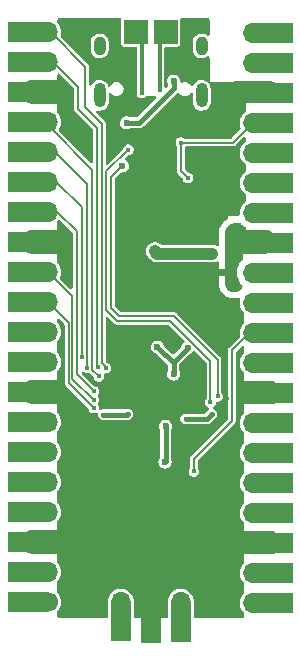
<source format=gbr>
%TF.GenerationSoftware,KiCad,Pcbnew,(6.0.7-1)-1*%
%TF.CreationDate,2022-09-30T15:54:31+08:00*%
%TF.ProjectId,PicoBoot,5069636f-426f-46f7-942e-6b696361645f,REV1*%
%TF.SameCoordinates,Original*%
%TF.FileFunction,Copper,L2,Bot*%
%TF.FilePolarity,Positive*%
%FSLAX46Y46*%
G04 Gerber Fmt 4.6, Leading zero omitted, Abs format (unit mm)*
G04 Created by KiCad (PCBNEW (6.0.7-1)-1) date 2022-09-30 15:54:31*
%MOMM*%
%LPD*%
G01*
G04 APERTURE LIST*
G04 Aperture macros list*
%AMRoundRect*
0 Rectangle with rounded corners*
0 $1 Rounding radius*
0 $2 $3 $4 $5 $6 $7 $8 $9 X,Y pos of 4 corners*
0 Add a 4 corners polygon primitive as box body*
4,1,4,$2,$3,$4,$5,$6,$7,$8,$9,$2,$3,0*
0 Add four circle primitives for the rounded corners*
1,1,$1+$1,$2,$3*
1,1,$1+$1,$4,$5*
1,1,$1+$1,$6,$7*
1,1,$1+$1,$8,$9*
0 Add four rect primitives between the rounded corners*
20,1,$1+$1,$2,$3,$4,$5,0*
20,1,$1+$1,$4,$5,$6,$7,0*
20,1,$1+$1,$6,$7,$8,$9,0*
20,1,$1+$1,$8,$9,$2,$3,0*%
G04 Aperture macros list end*
%TA.AperFunction,EtchedComponent*%
%ADD10C,0.100000*%
%TD*%
%TA.AperFunction,ComponentPad*%
%ADD11O,1.700000X1.700000*%
%TD*%
%TA.AperFunction,ComponentPad*%
%ADD12RoundRect,0.425000X0.425000X-0.425000X0.425000X0.425000X-0.425000X0.425000X-0.425000X-0.425000X0*%
%TD*%
%TA.AperFunction,ComponentPad*%
%ADD13O,1.000000X2.100000*%
%TD*%
%TA.AperFunction,ComponentPad*%
%ADD14O,1.000000X1.600000*%
%TD*%
%TA.AperFunction,ComponentPad*%
%ADD15C,0.600000*%
%TD*%
%TA.AperFunction,ComponentPad*%
%ADD16R,1.700000X3.500000*%
%TD*%
%TA.AperFunction,ComponentPad*%
%ADD17R,3.500000X1.700000*%
%TD*%
%TA.AperFunction,ComponentPad*%
%ADD18R,1.700000X1.700000*%
%TD*%
%TA.AperFunction,ComponentPad*%
%ADD19C,1.700000*%
%TD*%
%TA.AperFunction,SMDPad,CuDef*%
%ADD20R,2.000000X2.000000*%
%TD*%
%TA.AperFunction,SMDPad,CuDef*%
%ADD21C,0.500000*%
%TD*%
%TA.AperFunction,ViaPad*%
%ADD22C,0.600000*%
%TD*%
%TA.AperFunction,ViaPad*%
%ADD23C,0.400000*%
%TD*%
%TA.AperFunction,ViaPad*%
%ADD24C,0.800000*%
%TD*%
%TA.AperFunction,Conductor*%
%ADD25C,0.400000*%
%TD*%
%TA.AperFunction,Conductor*%
%ADD26C,0.150000*%
%TD*%
%TA.AperFunction,Conductor*%
%ADD27C,0.300000*%
%TD*%
%TA.AperFunction,Conductor*%
%ADD28C,1.000000*%
%TD*%
G04 APERTURE END LIST*
%TO.C,NT1*%
G36*
X110100000Y-79250000D02*
G01*
X109100000Y-79250000D01*
X109100000Y-78750000D01*
X110100000Y-78750000D01*
X110100000Y-79250000D01*
G37*
D10*
X110100000Y-79250000D02*
X109100000Y-79250000D01*
X109100000Y-78750000D01*
X110100000Y-78750000D01*
X110100000Y-79250000D01*
%TD*%
D11*
%TO.P,J5,1,Pin_1*%
%TO.N,/SWCLK*%
X101100000Y-106900000D03*
D12*
%TO.P,J5,2,Pin_2*%
%TO.N,GND*%
X103640000Y-106900000D03*
D11*
%TO.P,J5,3,Pin_3*%
%TO.N,/SWD*%
X106180000Y-106900000D03*
%TD*%
D13*
%TO.P,USB1,13,SHIELD*%
%TO.N,Net-(C101-Pad2)*%
X107970000Y-64005000D03*
D14*
X99330000Y-59825000D03*
X107970000Y-59825000D03*
D13*
X99330000Y-64005000D03*
%TD*%
D15*
%TO.P,U3,57,GND*%
%TO.N,GND*%
X102975000Y-89937500D03*
X104250000Y-88662500D03*
X102975000Y-91212500D03*
X104250000Y-91212500D03*
X102975000Y-88662500D03*
X105525000Y-91212500D03*
X104250000Y-89937500D03*
X105525000Y-88662500D03*
X105525000Y-89937500D03*
%TD*%
D16*
%TO.P,,1,Pin_1*%
%TO.N,/SWCLK*%
X101100000Y-108550000D03*
%TD*%
%TO.P,,1,Pin_1*%
%TO.N,GND*%
X103650000Y-108650000D03*
%TD*%
%TO.P,,1,Pin_1*%
%TO.N,/SWD*%
X106200000Y-108625000D03*
%TD*%
D17*
%TO.P,J4,1,Pin_1*%
%TO.N,VBUS*%
X113970000Y-58700000D03*
D11*
X112270000Y-58700000D03*
D17*
%TO.P,J4,2,Pin_2*%
%TO.N,VSYS*%
X113970000Y-61240000D03*
D11*
X112270000Y-61240000D03*
D18*
%TO.P,J4,3,Pin_3*%
%TO.N,GND*%
X112270000Y-63780000D03*
D17*
X113970000Y-63780000D03*
%TO.P,J4,4,Pin_4*%
%TO.N,3V3_EN*%
X113970000Y-66320000D03*
D11*
X112270000Y-66320000D03*
%TO.P,J4,5,Pin_5*%
%TO.N,+3V3*%
X112270000Y-68860000D03*
D17*
X113970000Y-68860000D03*
D11*
%TO.P,J4,6,Pin_6*%
%TO.N,/ADC_VREF*%
X112270000Y-71400000D03*
D17*
X113970000Y-71400000D03*
D11*
%TO.P,J4,7,Pin_7*%
%TO.N,/GPIO28_ADC2*%
X112270000Y-73940000D03*
D17*
X113970000Y-73940000D03*
D18*
%TO.P,J4,8,Pin_8*%
%TO.N,AGND*%
X112270000Y-76480000D03*
D17*
X113970000Y-76480000D03*
%TO.P,J4,9,Pin_9*%
%TO.N,/GPIO27_ADC1*%
X113970000Y-79020000D03*
D11*
X112270000Y-79020000D03*
%TO.P,J4,10,Pin_10*%
%TO.N,/GPIO26_ADC0*%
X112270000Y-81560000D03*
D17*
X113970000Y-81560000D03*
D11*
%TO.P,J4,11,Pin_11*%
%TO.N,/RUN*%
X112270000Y-84100000D03*
D17*
X113970000Y-84100000D03*
%TO.P,J4,12,Pin_12*%
%TO.N,/GPIO22*%
X113970000Y-86640000D03*
D11*
X112270000Y-86640000D03*
D18*
%TO.P,J4,13,Pin_13*%
%TO.N,GND*%
X112270000Y-89180000D03*
D17*
X113970000Y-89180000D03*
D11*
%TO.P,J4,14,Pin_14*%
%TO.N,/GPIO21*%
X112270000Y-91720000D03*
D17*
X113970000Y-91720000D03*
D11*
%TO.P,J4,15,Pin_15*%
%TO.N,/GPIO20*%
X112270000Y-94260000D03*
D17*
X113970000Y-94260000D03*
D11*
%TO.P,J4,16,Pin_16*%
%TO.N,/GPIO19*%
X112270000Y-96800000D03*
D17*
X113970000Y-96800000D03*
%TO.P,J4,17,Pin_17*%
%TO.N,/GPIO18*%
X113970000Y-99340000D03*
D11*
X112270000Y-99340000D03*
D18*
%TO.P,J4,18,Pin_18*%
%TO.N,GND*%
X112270000Y-101880000D03*
D17*
X113970000Y-101880000D03*
%TO.P,J4,19,Pin_19*%
%TO.N,/GPIO17*%
X113970000Y-104420000D03*
D11*
X112270000Y-104420000D03*
D17*
%TO.P,J4,20,Pin_20*%
%TO.N,/GPIO16*%
X113970000Y-106960000D03*
D11*
X112270000Y-106960000D03*
%TD*%
D19*
%TO.P,J3,1,Pin_1*%
%TO.N,/GPIO15*%
X94950000Y-106900000D03*
D17*
X93250000Y-106900000D03*
D11*
%TO.P,J3,2,Pin_2*%
%TO.N,/GPIO14*%
X94950000Y-104360000D03*
D17*
X93250000Y-104360000D03*
%TO.P,J3,3,Pin_3*%
%TO.N,GND*%
X93250000Y-101820000D03*
D18*
X94950000Y-101820000D03*
D11*
%TO.P,J3,4,Pin_4*%
%TO.N,/GPIO13*%
X94950000Y-99280000D03*
D17*
X93250000Y-99280000D03*
D11*
%TO.P,J3,5,Pin_5*%
%TO.N,/GPIO12*%
X94950000Y-96740000D03*
D17*
X93250000Y-96740000D03*
D11*
%TO.P,J3,6,Pin_6*%
%TO.N,/GPIO11*%
X94950000Y-94200000D03*
D17*
X93250000Y-94200000D03*
D11*
%TO.P,J3,7,Pin_7*%
%TO.N,/GPIO10*%
X94950000Y-91660000D03*
D17*
X93240000Y-91660000D03*
%TO.P,J3,8,Pin_8*%
%TO.N,GND*%
X93250000Y-89120000D03*
D18*
X94950000Y-89120000D03*
D11*
%TO.P,J3,9,Pin_9*%
%TO.N,/GPIO9*%
X94950000Y-86580000D03*
D17*
X93250000Y-86580000D03*
D11*
%TO.P,J3,10,Pin_10*%
%TO.N,/GPIO8*%
X94950000Y-84040000D03*
D17*
X93250000Y-84040000D03*
%TO.P,J3,11,Pin_11*%
%TO.N,/GPIO7*%
X93250000Y-81500000D03*
D11*
X94950000Y-81500000D03*
%TO.P,J3,12,Pin_12*%
%TO.N,/GPIO6*%
X94950000Y-78960000D03*
D17*
X93260000Y-78960000D03*
%TO.P,J3,13,Pin_13*%
%TO.N,GND*%
X93250000Y-76420000D03*
D18*
X94950000Y-76420000D03*
D17*
%TO.P,J3,14,Pin_14*%
%TO.N,/GPIO5*%
X93250000Y-73880000D03*
D11*
X94950000Y-73880000D03*
D17*
%TO.P,J3,15,Pin_15*%
%TO.N,/GPIO4*%
X93250000Y-71340000D03*
D11*
X94950000Y-71340000D03*
%TO.P,J3,16,Pin_16*%
%TO.N,/GPIO3*%
X94950000Y-68800000D03*
D17*
X93250000Y-68800000D03*
D11*
%TO.P,J3,17,Pin_17*%
%TO.N,/GPIO2*%
X94950000Y-66260000D03*
D17*
X93250000Y-66250000D03*
D18*
%TO.P,J3,18,Pin_18*%
%TO.N,GND*%
X94950000Y-63720000D03*
D17*
X93250000Y-63720000D03*
D11*
%TO.P,J3,19,Pin_19*%
%TO.N,/GPIO1*%
X94950000Y-61180000D03*
D17*
X93250000Y-61170000D03*
%TO.P,J3,20,Pin_20*%
%TO.N,/GPIO0*%
X93250000Y-58640000D03*
D11*
X94950000Y-58640000D03*
%TD*%
D20*
%TO.P,TP1\u002CTP2,1,1*%
%TO.N,USB_D+*%
X102400000Y-58625000D03*
%TD*%
%TO.P,TP2,1,1*%
%TO.N,USB_D-*%
X104900000Y-58625000D03*
%TD*%
D21*
%TO.P,NT1,1,1*%
%TO.N,GND*%
X109100000Y-79000000D03*
%TO.P,NT1,2,2*%
%TO.N,AGND*%
X110100000Y-79000000D03*
%TD*%
D22*
%TO.N,VBUS*%
X105600000Y-62800000D03*
X101600000Y-66330000D03*
%TO.N,+1V1*%
X104900000Y-92000000D03*
X106778059Y-85378059D03*
X105600000Y-87600000D03*
X104848800Y-95050900D03*
X104200000Y-85300000D03*
D23*
%TO.N,/GPIO7*%
X98813453Y-90468057D03*
%TO.N,/GPIO6*%
X98800000Y-89800000D03*
%TO.N,/GPIO5*%
X98842439Y-89076816D03*
%TO.N,/GPIO4*%
X97800000Y-86200000D03*
%TO.N,/GPIO3*%
X98250000Y-87050000D03*
%TO.N,/GPIO2*%
X99250000Y-87800000D03*
%TO.N,/GPIO1*%
X99200000Y-87000000D03*
%TO.N,/GPIO0*%
X99850000Y-87100000D03*
D22*
%TO.N,/GPIO25*%
X101250000Y-69975000D03*
D23*
X109300000Y-89500000D03*
%TO.N,/RUN*%
X107300000Y-95850000D03*
%TO.N,3V3_EN*%
X106800000Y-71000000D03*
X106200000Y-68000000D03*
%TO.N,USB_D+*%
X102900000Y-63800000D03*
%TO.N,USB_D-*%
X104400000Y-63550000D03*
D24*
%TO.N,+3V3*%
X104000000Y-77200000D03*
D23*
X106600000Y-91400000D03*
D24*
X108800000Y-77400000D03*
D23*
X108800000Y-91000000D03*
X99633750Y-91033750D03*
X101700000Y-91000000D03*
%TO.N,/GPIO24*%
X108700000Y-90000000D03*
X101750000Y-68600000D03*
%TO.N,GND*%
X96700000Y-100900000D03*
X110775000Y-100400000D03*
X100200000Y-97000000D03*
X98800000Y-98800000D03*
X96600000Y-95300000D03*
X104700000Y-101200000D03*
X108380000Y-73800000D03*
X104300000Y-96600000D03*
X107400000Y-76400000D03*
X98900000Y-101000000D03*
X100900000Y-85800000D03*
X102100000Y-81600000D03*
D24*
X101400000Y-77300000D03*
D23*
X102200000Y-79400000D03*
X100900000Y-80600000D03*
X98000000Y-94925000D03*
X99500000Y-102100000D03*
X110000000Y-86600000D03*
X105000000Y-97500000D03*
X106800000Y-75600000D03*
X101850000Y-96200000D03*
X109670000Y-74520000D03*
X110575000Y-93475000D03*
X107000000Y-79200000D03*
X107400000Y-103350000D03*
X101000000Y-79400000D03*
X108420000Y-71220000D03*
X108500000Y-83800000D03*
X101000000Y-78400000D03*
X109000000Y-83500000D03*
X108380000Y-74530000D03*
X108400000Y-66400000D03*
X99600000Y-95300000D03*
X108380000Y-72470000D03*
X108970000Y-74530000D03*
X109900000Y-93300000D03*
X97200000Y-97600000D03*
X102700000Y-83900000D03*
X101200000Y-102300000D03*
X102200000Y-80500000D03*
D24*
X102200000Y-74200000D03*
D23*
X96100000Y-84900000D03*
X102200000Y-78500000D03*
X104000000Y-100500000D03*
X102100000Y-83900000D03*
X100900000Y-81600000D03*
X98275000Y-95975000D03*
X107800000Y-93300000D03*
X108400000Y-69200000D03*
X110000000Y-89600000D03*
X97800000Y-90700000D03*
X96200000Y-89400000D03*
D24*
X102600000Y-77300000D03*
D23*
X109800000Y-96350000D03*
X103600000Y-102200000D03*
X108400000Y-68600000D03*
X100200000Y-84500000D03*
X108850000Y-95300000D03*
X100600000Y-93400000D03*
X96300000Y-90400000D03*
X104950000Y-99150000D03*
D24*
X101700000Y-73200000D03*
D23*
X106450000Y-98750000D03*
X99400000Y-93700000D03*
X106350000Y-95600000D03*
X108380000Y-73170000D03*
%TD*%
D25*
%TO.N,VBUS*%
X105600000Y-63400000D02*
X105600000Y-62800000D01*
X102670000Y-66330000D02*
X105600000Y-63400000D01*
X101600000Y-66330000D02*
X102670000Y-66330000D01*
%TO.N,+1V1*%
X104900000Y-92000000D02*
X104900000Y-94999700D01*
X105600000Y-87600000D02*
X105600000Y-86556118D01*
X105600000Y-86700000D02*
X104200000Y-85300000D01*
X105600000Y-86556118D02*
X106778059Y-85378059D01*
X105600000Y-87600000D02*
X105600000Y-86700000D01*
X104900000Y-94999700D02*
X104848800Y-95050900D01*
D26*
%TO.N,/GPIO7*%
X96700000Y-88354604D02*
X96700000Y-83250000D01*
X96700000Y-83250000D02*
X94950000Y-81500000D01*
X98813453Y-90468057D02*
X96700000Y-88354604D01*
%TO.N,/GPIO6*%
X97000000Y-81010000D02*
X94950000Y-78960000D01*
X98800000Y-89800000D02*
X97000000Y-88000000D01*
X97000000Y-88000000D02*
X97000000Y-81010000D01*
%TO.N,/GPIO5*%
X97362723Y-75512723D02*
X95730000Y-73880000D01*
X95730000Y-73880000D02*
X94950000Y-73880000D01*
X98842439Y-89076816D02*
X97362723Y-87597100D01*
X97362723Y-87597100D02*
X97362723Y-75512723D01*
%TO.N,/GPIO4*%
X97800000Y-86200000D02*
X97800000Y-73500000D01*
X95640000Y-71340000D02*
X94950000Y-71340000D01*
X97800000Y-73500000D02*
X95640000Y-71340000D01*
%TO.N,/GPIO3*%
X98250000Y-71540000D02*
X95510000Y-68800000D01*
X98250000Y-87050000D02*
X98250000Y-71540000D01*
X95510000Y-68800000D02*
X94950000Y-68800000D01*
%TO.N,/GPIO2*%
X98689663Y-87239663D02*
X98695000Y-87234326D01*
X98695000Y-87234326D02*
X98695000Y-70295000D01*
X99250000Y-87800000D02*
X98689663Y-87239663D01*
X94950000Y-66550000D02*
X94950000Y-66260000D01*
X98695000Y-70295000D02*
X94950000Y-66550000D01*
%TO.N,/GPIO1*%
X97500000Y-65200000D02*
X97500000Y-63270000D01*
X95410000Y-61180000D02*
X94950000Y-61180000D01*
X99100000Y-66800000D02*
X97500000Y-65200000D01*
X99200000Y-87000000D02*
X99100000Y-86900000D01*
X99100000Y-86900000D02*
X99100000Y-66800000D01*
X97500000Y-63270000D02*
X95410000Y-61180000D01*
%TO.N,/GPIO0*%
X95170000Y-58640000D02*
X94950000Y-58640000D01*
X99850000Y-87100000D02*
X99850000Y-87020674D01*
X99500000Y-86670674D02*
X99500000Y-66400000D01*
X98100000Y-61570000D02*
X95170000Y-58640000D01*
X99500000Y-66400000D02*
X98100000Y-65000000D01*
X98100000Y-65000000D02*
X98100000Y-61570000D01*
X99850000Y-87020674D02*
X99500000Y-86670674D01*
%TO.N,/GPIO25*%
X105600000Y-82700000D02*
X109300000Y-86400000D01*
X101250000Y-69975000D02*
X100300000Y-70925000D01*
X100300000Y-82000000D02*
X101000000Y-82700000D01*
X100300000Y-70925000D02*
X100300000Y-82000000D01*
X109300000Y-86400000D02*
X109300000Y-89500000D01*
X101000000Y-82700000D02*
X105600000Y-82700000D01*
%TO.N,/RUN*%
X110500000Y-91600000D02*
X110500000Y-85600000D01*
X110500000Y-85600000D02*
X112000000Y-84100000D01*
X107300000Y-94800000D02*
X110500000Y-91600000D01*
X112000000Y-84100000D02*
X113970000Y-84100000D01*
X107300000Y-95850000D02*
X107300000Y-94800000D01*
%TO.N,3V3_EN*%
X110590000Y-68000000D02*
X106200000Y-68000000D01*
X112270000Y-66320000D02*
X110590000Y-68000000D01*
X106200000Y-68000000D02*
X106200000Y-70400000D01*
X106200000Y-70400000D02*
X106800000Y-71000000D01*
D27*
%TO.N,USB_D+*%
X102900000Y-63800000D02*
X102900000Y-59125000D01*
X102900000Y-59125000D02*
X102400000Y-58625000D01*
%TO.N,USB_D-*%
X104400000Y-63550000D02*
X104400000Y-59125000D01*
X104400000Y-59125000D02*
X104900000Y-58625000D01*
D28*
%TO.N,+3V3*%
X104000000Y-77200000D02*
X104200000Y-77400000D01*
D25*
X99633750Y-91033750D02*
X101666250Y-91033750D01*
X108400000Y-91400000D02*
X106600000Y-91400000D01*
D28*
X104200000Y-77400000D02*
X108800000Y-77400000D01*
D25*
X108800000Y-91000000D02*
X108400000Y-91400000D01*
X101666250Y-91033750D02*
X101700000Y-91000000D01*
D26*
%TO.N,/GPIO24*%
X100800000Y-83100000D02*
X99900000Y-82200000D01*
X105308262Y-83100000D02*
X100800000Y-83100000D01*
X108700000Y-90000000D02*
X108700000Y-86491738D01*
X99900000Y-82200000D02*
X99900000Y-70450000D01*
X108700000Y-86491738D02*
X105308262Y-83100000D01*
X99900000Y-70450000D02*
X101750000Y-68600000D01*
D25*
%TO.N,GND*%
X107800000Y-93100000D02*
X107800000Y-93300000D01*
X109900000Y-89700000D02*
X109900000Y-91000000D01*
X109900000Y-91000000D02*
X107800000Y-93100000D01*
X110000000Y-89600000D02*
X109900000Y-89700000D01*
%TD*%
%TA.AperFunction,Conductor*%
%TO.N,GND*%
G36*
X101092620Y-57495185D02*
G01*
X101138375Y-57547989D01*
X101147108Y-57600326D01*
X101149500Y-57600326D01*
X101149500Y-59649674D01*
X101164034Y-59722740D01*
X101170820Y-59732896D01*
X101206280Y-59785966D01*
X101219399Y-59805601D01*
X101302260Y-59860966D01*
X101336313Y-59867740D01*
X101369347Y-59874311D01*
X101369350Y-59874311D01*
X101375326Y-59875500D01*
X102375500Y-59875500D01*
X102442539Y-59895185D01*
X102488294Y-59947989D01*
X102499500Y-59999500D01*
X102499500Y-63565264D01*
X102487745Y-63617962D01*
X102468508Y-63658935D01*
X102468507Y-63658938D01*
X102464754Y-63666932D01*
X102463395Y-63675661D01*
X102449449Y-63765233D01*
X102444901Y-63794440D01*
X102461633Y-63922394D01*
X102465192Y-63930482D01*
X102465192Y-63930483D01*
X102495751Y-63999933D01*
X102513605Y-64040510D01*
X102596639Y-64139291D01*
X102603990Y-64144184D01*
X102603992Y-64144186D01*
X102619939Y-64154801D01*
X102704060Y-64210796D01*
X102712488Y-64213429D01*
X102712490Y-64213430D01*
X102760281Y-64228361D01*
X102827233Y-64249278D01*
X102836067Y-64249440D01*
X102872777Y-64250113D01*
X102956255Y-64251643D01*
X102964771Y-64249321D01*
X102964773Y-64249321D01*
X103072236Y-64220023D01*
X103072239Y-64220022D01*
X103080755Y-64217700D01*
X103190724Y-64150179D01*
X103221856Y-64115785D01*
X103281436Y-64079294D01*
X103313786Y-64075000D01*
X103988535Y-64075000D01*
X104055574Y-64094685D01*
X104101329Y-64147489D01*
X104111273Y-64216647D01*
X104082248Y-64280203D01*
X104076216Y-64286681D01*
X102519716Y-65843181D01*
X102458393Y-65876666D01*
X102432035Y-65879500D01*
X101959285Y-65879500D01*
X101892246Y-65859815D01*
X101884215Y-65854168D01*
X101884069Y-65854084D01*
X101877625Y-65849139D01*
X101841593Y-65834214D01*
X101751223Y-65796782D01*
X101751221Y-65796781D01*
X101743709Y-65793670D01*
X101600000Y-65774750D01*
X101456291Y-65793670D01*
X101448779Y-65796781D01*
X101448777Y-65796782D01*
X101358407Y-65834214D01*
X101322375Y-65849139D01*
X101207379Y-65937379D01*
X101119139Y-66052375D01*
X101063670Y-66186291D01*
X101044750Y-66330000D01*
X101063670Y-66473709D01*
X101066781Y-66481221D01*
X101066782Y-66481223D01*
X101084247Y-66523387D01*
X101119139Y-66607625D01*
X101124086Y-66614072D01*
X101193533Y-66704576D01*
X101207379Y-66722621D01*
X101213822Y-66727565D01*
X101257428Y-66761025D01*
X101322375Y-66810861D01*
X101329887Y-66813972D01*
X101329886Y-66813972D01*
X101448777Y-66863218D01*
X101448779Y-66863219D01*
X101456291Y-66866330D01*
X101600000Y-66885250D01*
X101743709Y-66866330D01*
X101751221Y-66863219D01*
X101751223Y-66863218D01*
X101870114Y-66813972D01*
X101870113Y-66813972D01*
X101877625Y-66810861D01*
X101884072Y-66805914D01*
X101891115Y-66801848D01*
X101891799Y-66803032D01*
X101948964Y-66780930D01*
X101959285Y-66780500D01*
X102635897Y-66780500D01*
X102650471Y-66781359D01*
X102675105Y-66784275D01*
X102675108Y-66784275D01*
X102684310Y-66785364D01*
X102720974Y-66778668D01*
X102742022Y-66774824D01*
X102745864Y-66774184D01*
X102779017Y-66769199D01*
X102803962Y-66765449D01*
X102810475Y-66762321D01*
X102817573Y-66761025D01*
X102827366Y-66755938D01*
X102869663Y-66733967D01*
X102873146Y-66732227D01*
X102926079Y-66706809D01*
X102931299Y-66701984D01*
X102931520Y-66701835D01*
X102937788Y-66698579D01*
X102942828Y-66694275D01*
X102980097Y-66657006D01*
X102983607Y-66653631D01*
X103018749Y-66621147D01*
X103018751Y-66621144D01*
X103025556Y-66614854D01*
X103029237Y-66608516D01*
X103034828Y-66602275D01*
X105865494Y-63771609D01*
X105926817Y-63738124D01*
X105996509Y-63743108D01*
X106051550Y-63783803D01*
X106124601Y-63879004D01*
X106124605Y-63879008D01*
X106129549Y-63885451D01*
X106135992Y-63890395D01*
X106224217Y-63958093D01*
X106249767Y-63977698D01*
X106303447Y-63999933D01*
X106382255Y-64032577D01*
X106382257Y-64032578D01*
X106389764Y-64035687D01*
X106397823Y-64036748D01*
X106498260Y-64049971D01*
X106498264Y-64049971D01*
X106502280Y-64050500D01*
X106577720Y-64050500D01*
X106581736Y-64049971D01*
X106581740Y-64049971D01*
X106682177Y-64036748D01*
X106690236Y-64035687D01*
X106697743Y-64032578D01*
X106697745Y-64032577D01*
X106776553Y-63999933D01*
X106830233Y-63977698D01*
X106855783Y-63958093D01*
X106944008Y-63890395D01*
X106950451Y-63885451D01*
X106958318Y-63875199D01*
X106997124Y-63824626D01*
X107053552Y-63783424D01*
X107123298Y-63779269D01*
X107184219Y-63813482D01*
X107216971Y-63875199D01*
X107219500Y-63900113D01*
X107219500Y-64598822D01*
X107234657Y-64728828D01*
X107294369Y-64893331D01*
X107390323Y-65039685D01*
X107395551Y-65044637D01*
X107395553Y-65044640D01*
X107512143Y-65155087D01*
X107512145Y-65155089D01*
X107517372Y-65160040D01*
X107523597Y-65163656D01*
X107523600Y-65163658D01*
X107619740Y-65219500D01*
X107668702Y-65247939D01*
X107836193Y-65298667D01*
X107894110Y-65302260D01*
X108003668Y-65309057D01*
X108003671Y-65309057D01*
X108010862Y-65309503D01*
X108183340Y-65279866D01*
X108344373Y-65211346D01*
X108350173Y-65207078D01*
X108479521Y-65111888D01*
X108479523Y-65111886D01*
X108485324Y-65107617D01*
X108548159Y-65033656D01*
X108593965Y-64979739D01*
X108593967Y-64979736D01*
X108598632Y-64974245D01*
X108678219Y-64818384D01*
X108719815Y-64648394D01*
X108720322Y-64640230D01*
X108720382Y-64639256D01*
X108720382Y-64639252D01*
X108720500Y-64637352D01*
X108720500Y-63411178D01*
X108705343Y-63281172D01*
X108697044Y-63258307D01*
X108648090Y-63123443D01*
X108648089Y-63123442D01*
X108645631Y-63116669D01*
X108549677Y-62970315D01*
X108544449Y-62965363D01*
X108544447Y-62965360D01*
X108427857Y-62854913D01*
X108427855Y-62854911D01*
X108422628Y-62849960D01*
X108416403Y-62846344D01*
X108416400Y-62846342D01*
X108277525Y-62765678D01*
X108277526Y-62765678D01*
X108271298Y-62762061D01*
X108103807Y-62711333D01*
X108037668Y-62707230D01*
X107936332Y-62700943D01*
X107936329Y-62700943D01*
X107929138Y-62700497D01*
X107756660Y-62730134D01*
X107595627Y-62798654D01*
X107589829Y-62802921D01*
X107589827Y-62802922D01*
X107460479Y-62898112D01*
X107460477Y-62898114D01*
X107454676Y-62902383D01*
X107450011Y-62907874D01*
X107450010Y-62907875D01*
X107346035Y-63030261D01*
X107346033Y-63030264D01*
X107341368Y-63035755D01*
X107338091Y-63042172D01*
X107338090Y-63042174D01*
X107328731Y-63060503D01*
X107263990Y-63187290D01*
X107215972Y-63238043D01*
X107148136Y-63254780D01*
X107082021Y-63232184D01*
X107046168Y-63192897D01*
X107045806Y-63192269D01*
X107042698Y-63184767D01*
X106950451Y-63064549D01*
X106921292Y-63042174D01*
X106836680Y-62977249D01*
X106830233Y-62972302D01*
X106697747Y-62917424D01*
X106697743Y-62917422D01*
X106690236Y-62914313D01*
X106682177Y-62913252D01*
X106581740Y-62900029D01*
X106581736Y-62900029D01*
X106577720Y-62899500D01*
X106502280Y-62899500D01*
X106498264Y-62900029D01*
X106498260Y-62900029D01*
X106397823Y-62913252D01*
X106389764Y-62914313D01*
X106382256Y-62917423D01*
X106382252Y-62917424D01*
X106324231Y-62941457D01*
X106254762Y-62948926D01*
X106192283Y-62917651D01*
X106156631Y-62857562D01*
X106153840Y-62810711D01*
X106154189Y-62808060D01*
X106154189Y-62808059D01*
X106155250Y-62800000D01*
X106136330Y-62656291D01*
X106080861Y-62522375D01*
X105992621Y-62407379D01*
X105877625Y-62319139D01*
X105809985Y-62291122D01*
X105751223Y-62266782D01*
X105751221Y-62266781D01*
X105743709Y-62263670D01*
X105600000Y-62244750D01*
X105456291Y-62263670D01*
X105448779Y-62266781D01*
X105448777Y-62266782D01*
X105390015Y-62291122D01*
X105322375Y-62319139D01*
X105207379Y-62407379D01*
X105119139Y-62522375D01*
X105063670Y-62656291D01*
X105054109Y-62728913D01*
X105047439Y-62779575D01*
X105040033Y-62796317D01*
X105043477Y-62801676D01*
X105047439Y-62820425D01*
X105063670Y-62943709D01*
X105066781Y-62951221D01*
X105066782Y-62951223D01*
X105099325Y-63029789D01*
X105119139Y-63077625D01*
X105124086Y-63084072D01*
X105128152Y-63091115D01*
X105126968Y-63091799D01*
X105149070Y-63148964D01*
X105149500Y-63159285D01*
X105149500Y-63162035D01*
X105129815Y-63229074D01*
X105113181Y-63249716D01*
X105012181Y-63350716D01*
X104950858Y-63384201D01*
X104881166Y-63379217D01*
X104825233Y-63337345D01*
X104800816Y-63271881D01*
X104800500Y-63263035D01*
X104800500Y-62836611D01*
X104810858Y-62801336D01*
X104801981Y-62782495D01*
X104800500Y-62763389D01*
X104800500Y-59999500D01*
X104820185Y-59932461D01*
X104872989Y-59886706D01*
X104924500Y-59875500D01*
X105924674Y-59875500D01*
X105930650Y-59874311D01*
X105930653Y-59874311D01*
X105963687Y-59867740D01*
X105997740Y-59860966D01*
X106080601Y-59805601D01*
X106093721Y-59785966D01*
X106129180Y-59732896D01*
X106135966Y-59722740D01*
X106150500Y-59649674D01*
X106150500Y-57600326D01*
X106153154Y-57600326D01*
X106164059Y-57542961D01*
X106212145Y-57492271D01*
X106274419Y-57475500D01*
X108489401Y-57475500D01*
X108556440Y-57495185D01*
X108604025Y-57552199D01*
X108615991Y-57581196D01*
X108624332Y-57612510D01*
X108638022Y-57717810D01*
X108639057Y-57734010D01*
X108637111Y-58835092D01*
X108617309Y-58902094D01*
X108564424Y-58947755D01*
X108495248Y-58957576D01*
X108434466Y-58928109D01*
X108433627Y-58929230D01*
X108427856Y-58924913D01*
X108422628Y-58919960D01*
X108416403Y-58916344D01*
X108416400Y-58916342D01*
X108277525Y-58835678D01*
X108277526Y-58835678D01*
X108271298Y-58832061D01*
X108103807Y-58781333D01*
X108037668Y-58777230D01*
X107936332Y-58770943D01*
X107936329Y-58770943D01*
X107929138Y-58770497D01*
X107756660Y-58800134D01*
X107595627Y-58868654D01*
X107589829Y-58872921D01*
X107589827Y-58872922D01*
X107460479Y-58968112D01*
X107460477Y-58968114D01*
X107454676Y-58972383D01*
X107450011Y-58977874D01*
X107450010Y-58977875D01*
X107346035Y-59100261D01*
X107346033Y-59100264D01*
X107341368Y-59105755D01*
X107261781Y-59261616D01*
X107220185Y-59431606D01*
X107219500Y-59442648D01*
X107219500Y-60168822D01*
X107234657Y-60298828D01*
X107237113Y-60305595D01*
X107237114Y-60305598D01*
X107291910Y-60456557D01*
X107294369Y-60463331D01*
X107298322Y-60469360D01*
X107382642Y-60597969D01*
X107390323Y-60609685D01*
X107395551Y-60614637D01*
X107395553Y-60614640D01*
X107512143Y-60725087D01*
X107512145Y-60725089D01*
X107517372Y-60730040D01*
X107523597Y-60733656D01*
X107523600Y-60733658D01*
X107560626Y-60755164D01*
X107668702Y-60817939D01*
X107836193Y-60868667D01*
X107902332Y-60872770D01*
X108003668Y-60879057D01*
X108003671Y-60879057D01*
X108010862Y-60879503D01*
X108183340Y-60849866D01*
X108344373Y-60781346D01*
X108379951Y-60755164D01*
X108436118Y-60713829D01*
X108501780Y-60689948D01*
X108569929Y-60705357D01*
X108618929Y-60755164D01*
X108633615Y-60813919D01*
X108633501Y-60878282D01*
X108630000Y-62860000D01*
X112676343Y-62829248D01*
X113888031Y-62820039D01*
X113904299Y-62820986D01*
X114010069Y-62834162D01*
X114041538Y-62842381D01*
X114072298Y-62854917D01*
X114126951Y-62898447D01*
X114149500Y-62969747D01*
X114149500Y-64527436D01*
X114129815Y-64594475D01*
X114077011Y-64640230D01*
X114069908Y-64643211D01*
X114030684Y-64658250D01*
X113998487Y-64665866D01*
X113890553Y-64676524D01*
X113873989Y-64677046D01*
X112676558Y-64634609D01*
X111700000Y-64600000D01*
X111700000Y-65307974D01*
X111680315Y-65375013D01*
X111639400Y-65414541D01*
X111625255Y-65422956D01*
X111625252Y-65422958D01*
X111620371Y-65425862D01*
X111468305Y-65559220D01*
X111343089Y-65718057D01*
X111248914Y-65897053D01*
X111247229Y-65902479D01*
X111247228Y-65902482D01*
X111234392Y-65943822D01*
X111188937Y-66090213D01*
X111165164Y-66291069D01*
X111165535Y-66296731D01*
X111165535Y-66296735D01*
X111168024Y-66334706D01*
X111178392Y-66492894D01*
X111228178Y-66688928D01*
X111230552Y-66694078D01*
X111230554Y-66694083D01*
X111259070Y-66755938D01*
X111269260Y-66825061D01*
X111240462Y-66888720D01*
X111234141Y-66895533D01*
X110491493Y-67638181D01*
X110430170Y-67671666D01*
X110403812Y-67674500D01*
X106562822Y-67674500D01*
X106495378Y-67654555D01*
X106398317Y-67591644D01*
X106398314Y-67591643D01*
X106390906Y-67586841D01*
X106382446Y-67584311D01*
X106382444Y-67584310D01*
X106275736Y-67552397D01*
X106267273Y-67549866D01*
X106258440Y-67549812D01*
X106210027Y-67549516D01*
X106138231Y-67549078D01*
X106014155Y-67584539D01*
X105905019Y-67653399D01*
X105819596Y-67750122D01*
X105764754Y-67866932D01*
X105763396Y-67875656D01*
X105763395Y-67875658D01*
X105748767Y-67969611D01*
X105744901Y-67994440D01*
X105761633Y-68122394D01*
X105765192Y-68130482D01*
X105765192Y-68130483D01*
X105804629Y-68220110D01*
X105813605Y-68240510D01*
X105819288Y-68247270D01*
X105819290Y-68247274D01*
X105845419Y-68278358D01*
X105873489Y-68342341D01*
X105874500Y-68358147D01*
X105874500Y-70380373D01*
X105874028Y-70391181D01*
X105870736Y-70428807D01*
X105880517Y-70465310D01*
X105882855Y-70475857D01*
X105889412Y-70513045D01*
X105894838Y-70522442D01*
X105896096Y-70525900D01*
X105897639Y-70529209D01*
X105900446Y-70539684D01*
X105906667Y-70548568D01*
X105922106Y-70570617D01*
X105927920Y-70579743D01*
X105939885Y-70600467D01*
X105946806Y-70612455D01*
X105955116Y-70619428D01*
X105975744Y-70636737D01*
X105983719Y-70644045D01*
X106316717Y-70977043D01*
X106350202Y-71038366D01*
X106351989Y-71048645D01*
X106361633Y-71122394D01*
X106365192Y-71130482D01*
X106365192Y-71130483D01*
X106382674Y-71170213D01*
X106413605Y-71240510D01*
X106496639Y-71339291D01*
X106503990Y-71344184D01*
X106503992Y-71344186D01*
X106596709Y-71405903D01*
X106604060Y-71410796D01*
X106612488Y-71413429D01*
X106612490Y-71413430D01*
X106660281Y-71428361D01*
X106727233Y-71449278D01*
X106736067Y-71449440D01*
X106772777Y-71450113D01*
X106856255Y-71451643D01*
X106864771Y-71449321D01*
X106864773Y-71449321D01*
X106972236Y-71420023D01*
X106972239Y-71420022D01*
X106980755Y-71417700D01*
X107090724Y-71350179D01*
X107177322Y-71254507D01*
X107181171Y-71246562D01*
X107181174Y-71246558D01*
X107229737Y-71146324D01*
X107229738Y-71146322D01*
X107233588Y-71138375D01*
X107254997Y-71011120D01*
X107255133Y-71000000D01*
X107253342Y-70987492D01*
X107238092Y-70881005D01*
X107238091Y-70881002D01*
X107236839Y-70872259D01*
X107205389Y-70803088D01*
X107187084Y-70762828D01*
X107187083Y-70762826D01*
X107183428Y-70754788D01*
X107177662Y-70748096D01*
X107104958Y-70663718D01*
X107104956Y-70663716D01*
X107099193Y-70657028D01*
X107065123Y-70634945D01*
X106998317Y-70591644D01*
X106998314Y-70591643D01*
X106990906Y-70586841D01*
X106982446Y-70584311D01*
X106982444Y-70584310D01*
X106875736Y-70552397D01*
X106867273Y-70549866D01*
X106858440Y-70549812D01*
X106849702Y-70548506D01*
X106849988Y-70546593D01*
X106793837Y-70529730D01*
X106773835Y-70513509D01*
X106561819Y-70301493D01*
X106528334Y-70240170D01*
X106525500Y-70213812D01*
X106525500Y-68449500D01*
X106545185Y-68382461D01*
X106597989Y-68336706D01*
X106649500Y-68325500D01*
X110570373Y-68325500D01*
X110581181Y-68325972D01*
X110618807Y-68329264D01*
X110655310Y-68319483D01*
X110665857Y-68317145D01*
X110679035Y-68314821D01*
X110703045Y-68310588D01*
X110712442Y-68305162D01*
X110715900Y-68303904D01*
X110719209Y-68302361D01*
X110729684Y-68299554D01*
X110760617Y-68277894D01*
X110769743Y-68272080D01*
X110793061Y-68258618D01*
X110793063Y-68258616D01*
X110802455Y-68253194D01*
X110826738Y-68224255D01*
X110834045Y-68216281D01*
X111488319Y-67562007D01*
X111549642Y-67528522D01*
X111619334Y-67533506D01*
X111675267Y-67575378D01*
X111699684Y-67640842D01*
X111700000Y-67649688D01*
X111700000Y-67847974D01*
X111680315Y-67915013D01*
X111639400Y-67954541D01*
X111625255Y-67962956D01*
X111625252Y-67962958D01*
X111620371Y-67965862D01*
X111468305Y-68099220D01*
X111343089Y-68258057D01*
X111340442Y-68263088D01*
X111310769Y-68319486D01*
X111248914Y-68437053D01*
X111247229Y-68442479D01*
X111247228Y-68442482D01*
X111235267Y-68481005D01*
X111188937Y-68630213D01*
X111165164Y-68831069D01*
X111165535Y-68836731D01*
X111165535Y-68836735D01*
X111166999Y-68859070D01*
X111178392Y-69032894D01*
X111228178Y-69228928D01*
X111230554Y-69234082D01*
X111262444Y-69303255D01*
X111312856Y-69412607D01*
X111429588Y-69577780D01*
X111574466Y-69718913D01*
X111625377Y-69752931D01*
X111644891Y-69765970D01*
X111689696Y-69819583D01*
X111700000Y-69869072D01*
X111700000Y-70387974D01*
X111680315Y-70455013D01*
X111639400Y-70494541D01*
X111625255Y-70502956D01*
X111625252Y-70502958D01*
X111620371Y-70505862D01*
X111468305Y-70639220D01*
X111343089Y-70798057D01*
X111248914Y-70977053D01*
X111247229Y-70982479D01*
X111247228Y-70982482D01*
X111241789Y-71000000D01*
X111188937Y-71170213D01*
X111188269Y-71175857D01*
X111167637Y-71350179D01*
X111165164Y-71371069D01*
X111165535Y-71376731D01*
X111165535Y-71376735D01*
X111170117Y-71446643D01*
X111178392Y-71572894D01*
X111228178Y-71768928D01*
X111312856Y-71952607D01*
X111429588Y-72117780D01*
X111574466Y-72258913D01*
X111625377Y-72292931D01*
X111644891Y-72305970D01*
X111689696Y-72359583D01*
X111700000Y-72409072D01*
X111700000Y-72927974D01*
X111680315Y-72995013D01*
X111639400Y-73034541D01*
X111625255Y-73042956D01*
X111625252Y-73042958D01*
X111620371Y-73045862D01*
X111468305Y-73179220D01*
X111343089Y-73338057D01*
X111248914Y-73517053D01*
X111188937Y-73710213D01*
X111165164Y-73911069D01*
X111165535Y-73916731D01*
X111165535Y-73916735D01*
X111175442Y-74067890D01*
X111160183Y-74136074D01*
X111110485Y-74185184D01*
X111051707Y-74200000D01*
X110200000Y-74200000D01*
X110200000Y-74469955D01*
X110188982Y-74475261D01*
X110139372Y-74502680D01*
X110137900Y-74503605D01*
X109995306Y-74593203D01*
X109995297Y-74593209D01*
X109993844Y-74594122D01*
X109947607Y-74626930D01*
X109946265Y-74628000D01*
X109946264Y-74628001D01*
X109929837Y-74641102D01*
X109925898Y-74644243D01*
X109883637Y-74682011D01*
X109762111Y-74803537D01*
X109724343Y-74845798D01*
X109707030Y-74867507D01*
X109674222Y-74913744D01*
X109673309Y-74915197D01*
X109673303Y-74915206D01*
X109632276Y-74980500D01*
X109582780Y-75059272D01*
X109555361Y-75108882D01*
X109543314Y-75133897D01*
X109521617Y-75186278D01*
X109464850Y-75348512D01*
X109449155Y-75402993D01*
X109442979Y-75430055D01*
X109433487Y-75485928D01*
X109413459Y-75663679D01*
X109411076Y-75691922D01*
X109410296Y-75705805D01*
X109409500Y-75734161D01*
X109409500Y-76667511D01*
X109389815Y-76734550D01*
X109337011Y-76780305D01*
X109267853Y-76790249D01*
X109219842Y-76771875D01*
X109219245Y-76771368D01*
X109063384Y-76691781D01*
X109056388Y-76690069D01*
X109056385Y-76690068D01*
X108964200Y-76667511D01*
X108893394Y-76650185D01*
X108887886Y-76649843D01*
X108887884Y-76649843D01*
X108884256Y-76649618D01*
X108884252Y-76649618D01*
X108882352Y-76649500D01*
X104556936Y-76649500D01*
X104489897Y-76629815D01*
X104479998Y-76622745D01*
X104402704Y-76561591D01*
X104402701Y-76561589D01*
X104397051Y-76557119D01*
X104238507Y-76483021D01*
X104231464Y-76481556D01*
X104231461Y-76481555D01*
X104074218Y-76448848D01*
X104074216Y-76448848D01*
X104067169Y-76447382D01*
X103949117Y-76450577D01*
X103899430Y-76451921D01*
X103899429Y-76451921D01*
X103892228Y-76452116D01*
X103885263Y-76453963D01*
X103885261Y-76453963D01*
X103730036Y-76495120D01*
X103730032Y-76495121D01*
X103723068Y-76496968D01*
X103716713Y-76500368D01*
X103716714Y-76500368D01*
X103616356Y-76554067D01*
X103568764Y-76579532D01*
X103437592Y-76695380D01*
X103336588Y-76838296D01*
X103271172Y-77000615D01*
X103244852Y-77173630D01*
X103259039Y-77348059D01*
X103261259Y-77354913D01*
X103261260Y-77354916D01*
X103284852Y-77427740D01*
X103312973Y-77514546D01*
X103403761Y-77664160D01*
X103407416Y-77668298D01*
X103409816Y-77671016D01*
X103409826Y-77671027D01*
X103411085Y-77672452D01*
X103412448Y-77673815D01*
X103622433Y-77883801D01*
X103634622Y-77897984D01*
X103647383Y-77915324D01*
X103652874Y-77919989D01*
X103652875Y-77919990D01*
X103687240Y-77949185D01*
X103694637Y-77956005D01*
X103700303Y-77961671D01*
X103722392Y-77979147D01*
X103725716Y-77981873D01*
X103780755Y-78028632D01*
X103787172Y-78031909D01*
X103792188Y-78035254D01*
X103797297Y-78038409D01*
X103802949Y-78042881D01*
X103868408Y-78073475D01*
X103872281Y-78075368D01*
X103891783Y-78085326D01*
X103936616Y-78108219D01*
X103943616Y-78109932D01*
X103949266Y-78112033D01*
X103954968Y-78113930D01*
X103961493Y-78116980D01*
X103968538Y-78118445D01*
X103968543Y-78118447D01*
X104032233Y-78131694D01*
X104036437Y-78132645D01*
X104106606Y-78149815D01*
X104112117Y-78150157D01*
X104112118Y-78150157D01*
X104117648Y-78150500D01*
X104117646Y-78150538D01*
X104121488Y-78150768D01*
X104125777Y-78151151D01*
X104132831Y-78152618D01*
X104209437Y-78150545D01*
X104212791Y-78150500D01*
X108843822Y-78150500D01*
X108973828Y-78135343D01*
X108980595Y-78132887D01*
X108980598Y-78132886D01*
X109131557Y-78078090D01*
X109131558Y-78078089D01*
X109138331Y-78075631D01*
X109217514Y-78023716D01*
X109284369Y-78003422D01*
X109351585Y-78022494D01*
X109397820Y-78074879D01*
X109409500Y-78127417D01*
X109409500Y-79900039D01*
X109410296Y-79928395D01*
X109411076Y-79942278D01*
X109413459Y-79970521D01*
X109413557Y-79971392D01*
X109413559Y-79971411D01*
X109420688Y-80034678D01*
X109430980Y-80126021D01*
X109440473Y-80181898D01*
X109446649Y-80208959D01*
X109462343Y-80263435D01*
X109511714Y-80404533D01*
X109512372Y-80406122D01*
X109512376Y-80406132D01*
X109514810Y-80412007D01*
X109533411Y-80456915D01*
X109545458Y-80481930D01*
X109572877Y-80531540D01*
X109652405Y-80658107D01*
X109685213Y-80704344D01*
X109702526Y-80726053D01*
X109740294Y-80768314D01*
X109845986Y-80874006D01*
X109888247Y-80911774D01*
X109909956Y-80929087D01*
X109956193Y-80961895D01*
X109957646Y-80962808D01*
X109957655Y-80962814D01*
X110060244Y-81027275D01*
X110082760Y-81041423D01*
X110132370Y-81068842D01*
X110157385Y-81080889D01*
X110182383Y-81091243D01*
X110208168Y-81101924D01*
X110208178Y-81101928D01*
X110209767Y-81102586D01*
X110350865Y-81151957D01*
X110352513Y-81152432D01*
X110352520Y-81152434D01*
X110373504Y-81158479D01*
X110405341Y-81167651D01*
X110414889Y-81169830D01*
X110430713Y-81173442D01*
X110430729Y-81173445D01*
X110432402Y-81173827D01*
X110462905Y-81179009D01*
X110486570Y-81183030D01*
X110486576Y-81183031D01*
X110488278Y-81183320D01*
X110489996Y-81183514D01*
X110489999Y-81183514D01*
X110635070Y-81199860D01*
X110635072Y-81199860D01*
X110636819Y-81200057D01*
X110693419Y-81203236D01*
X110721181Y-81203236D01*
X110777781Y-81200057D01*
X110779528Y-81199860D01*
X110779530Y-81199860D01*
X110924601Y-81183514D01*
X110924604Y-81183514D01*
X110926322Y-81183320D01*
X110928024Y-81183031D01*
X110928030Y-81183030D01*
X110951695Y-81179009D01*
X110982198Y-81173827D01*
X110983871Y-81173445D01*
X110983887Y-81173442D01*
X110999711Y-81169830D01*
X111009259Y-81167651D01*
X111041096Y-81158479D01*
X111110964Y-81158836D01*
X111169549Y-81196909D01*
X111198249Y-81260612D01*
X111193845Y-81314405D01*
X111190622Y-81324784D01*
X111190620Y-81324791D01*
X111188937Y-81330213D01*
X111165164Y-81531069D01*
X111165535Y-81536731D01*
X111165535Y-81536735D01*
X111171778Y-81631982D01*
X111178392Y-81732894D01*
X111228178Y-81928928D01*
X111312856Y-82112607D01*
X111429588Y-82277780D01*
X111529053Y-82374674D01*
X111532526Y-82378057D01*
X111566811Y-82438937D01*
X111570000Y-82466879D01*
X111570000Y-83193852D01*
X111550315Y-83260891D01*
X111527759Y-83287080D01*
X111468305Y-83339220D01*
X111343089Y-83498057D01*
X111248914Y-83677053D01*
X111188937Y-83870213D01*
X111165164Y-84071069D01*
X111165535Y-84076731D01*
X111165535Y-84076735D01*
X111171778Y-84171982D01*
X111178392Y-84272894D01*
X111179789Y-84278395D01*
X111179790Y-84278401D01*
X111199189Y-84354785D01*
X111196612Y-84424607D01*
X111166685Y-84472988D01*
X110283724Y-85355950D01*
X110275749Y-85363259D01*
X110246806Y-85387545D01*
X110241384Y-85396937D01*
X110241382Y-85396939D01*
X110227920Y-85420257D01*
X110222106Y-85429383D01*
X110200446Y-85460316D01*
X110197639Y-85470791D01*
X110196096Y-85474100D01*
X110194838Y-85477558D01*
X110189412Y-85486955D01*
X110187528Y-85497641D01*
X110182855Y-85524143D01*
X110180517Y-85534690D01*
X110170736Y-85571193D01*
X110174028Y-85608819D01*
X110174500Y-85619627D01*
X110174500Y-91413811D01*
X110154815Y-91480850D01*
X110138181Y-91501492D01*
X107083724Y-94555950D01*
X107075749Y-94563259D01*
X107046806Y-94587545D01*
X107041384Y-94596937D01*
X107041382Y-94596939D01*
X107027920Y-94620257D01*
X107022106Y-94629383D01*
X107000446Y-94660316D01*
X106997639Y-94670791D01*
X106996096Y-94674100D01*
X106994838Y-94677558D01*
X106989412Y-94686955D01*
X106985179Y-94710965D01*
X106982855Y-94724143D01*
X106980517Y-94734690D01*
X106970736Y-94771193D01*
X106971682Y-94782001D01*
X106974028Y-94808819D01*
X106974500Y-94819627D01*
X106974500Y-95491038D01*
X106954815Y-95558077D01*
X106943450Y-95573113D01*
X106919596Y-95600122D01*
X106864754Y-95716932D01*
X106863396Y-95725656D01*
X106863395Y-95725658D01*
X106856585Y-95769399D01*
X106844901Y-95844440D01*
X106861633Y-95972394D01*
X106865192Y-95980482D01*
X106865192Y-95980483D01*
X106872162Y-95996324D01*
X106913605Y-96090510D01*
X106919290Y-96097273D01*
X106978429Y-96167627D01*
X106996639Y-96189291D01*
X107003990Y-96194184D01*
X107003992Y-96194186D01*
X107019939Y-96204801D01*
X107104060Y-96260796D01*
X107112488Y-96263429D01*
X107112490Y-96263430D01*
X107160281Y-96278361D01*
X107227233Y-96299278D01*
X107236067Y-96299440D01*
X107272777Y-96300113D01*
X107356255Y-96301643D01*
X107364771Y-96299321D01*
X107364773Y-96299321D01*
X107472236Y-96270023D01*
X107472239Y-96270022D01*
X107480755Y-96267700D01*
X107590724Y-96200179D01*
X107677322Y-96104507D01*
X107681171Y-96096562D01*
X107681174Y-96096558D01*
X107729737Y-95996324D01*
X107729738Y-95996322D01*
X107733588Y-95988375D01*
X107754997Y-95861120D01*
X107755133Y-95850000D01*
X107753087Y-95835710D01*
X107738092Y-95731005D01*
X107738091Y-95731002D01*
X107736839Y-95722259D01*
X107733182Y-95714215D01*
X107687084Y-95612828D01*
X107687083Y-95612826D01*
X107683428Y-95604788D01*
X107655562Y-95572448D01*
X107626714Y-95508812D01*
X107625500Y-95491506D01*
X107625500Y-94986188D01*
X107645185Y-94919149D01*
X107661819Y-94898507D01*
X109175001Y-93385326D01*
X110716282Y-91844045D01*
X110724257Y-91836736D01*
X110744885Y-91819427D01*
X110753194Y-91812455D01*
X110772086Y-91779733D01*
X110777892Y-91770620D01*
X110793331Y-91748571D01*
X110793332Y-91748569D01*
X110799553Y-91739684D01*
X110802361Y-91729206D01*
X110803914Y-91725875D01*
X110805165Y-91722439D01*
X110810588Y-91713045D01*
X110817147Y-91675846D01*
X110819488Y-91665284D01*
X110825911Y-91641315D01*
X110829263Y-91628807D01*
X110825972Y-91591189D01*
X110825500Y-91580382D01*
X110825500Y-85786188D01*
X110845185Y-85719149D01*
X110861819Y-85698507D01*
X111358319Y-85202008D01*
X111419642Y-85168523D01*
X111489334Y-85173507D01*
X111545267Y-85215379D01*
X111569684Y-85280843D01*
X111570000Y-85289689D01*
X111570000Y-85733852D01*
X111550315Y-85800891D01*
X111527759Y-85827080D01*
X111507296Y-85845026D01*
X111468305Y-85879220D01*
X111343089Y-86038057D01*
X111248914Y-86217053D01*
X111247229Y-86222479D01*
X111247228Y-86222482D01*
X111231198Y-86274108D01*
X111188937Y-86410213D01*
X111165164Y-86611069D01*
X111165535Y-86616731D01*
X111165535Y-86616735D01*
X111167668Y-86649278D01*
X111178392Y-86812894D01*
X111228178Y-87008928D01*
X111230554Y-87014082D01*
X111303538Y-87172394D01*
X111312856Y-87192607D01*
X111429588Y-87357780D01*
X111530315Y-87455903D01*
X111532526Y-87458057D01*
X111566811Y-87518937D01*
X111570000Y-87546879D01*
X111570000Y-88203000D01*
X113891874Y-88203000D01*
X113908059Y-88204061D01*
X114013225Y-88217906D01*
X114044492Y-88226284D01*
X114072953Y-88238073D01*
X114127356Y-88281914D01*
X114149500Y-88352634D01*
X114149500Y-90007366D01*
X114129815Y-90074405D01*
X114072953Y-90121927D01*
X114044492Y-90133716D01*
X114013225Y-90142094D01*
X113981093Y-90146324D01*
X113908059Y-90155939D01*
X113891874Y-90157000D01*
X111570000Y-90157000D01*
X111570000Y-90813852D01*
X111550315Y-90880891D01*
X111527759Y-90907080D01*
X111519070Y-90914700D01*
X111468305Y-90959220D01*
X111343089Y-91118057D01*
X111340442Y-91123088D01*
X111329602Y-91143691D01*
X111248914Y-91297053D01*
X111247229Y-91302479D01*
X111247228Y-91302482D01*
X111223805Y-91377917D01*
X111188937Y-91490213D01*
X111165164Y-91691069D01*
X111165535Y-91696731D01*
X111165535Y-91696735D01*
X111168350Y-91739684D01*
X111178392Y-91892894D01*
X111228178Y-92088928D01*
X111230554Y-92094082D01*
X111249716Y-92135646D01*
X111312856Y-92272607D01*
X111429588Y-92437780D01*
X111529053Y-92534674D01*
X111532526Y-92538057D01*
X111566811Y-92598937D01*
X111570000Y-92626879D01*
X111570000Y-93353852D01*
X111550315Y-93420891D01*
X111527759Y-93447080D01*
X111468305Y-93499220D01*
X111343089Y-93658057D01*
X111248914Y-93837053D01*
X111188937Y-94030213D01*
X111165164Y-94231069D01*
X111165535Y-94236731D01*
X111165535Y-94236735D01*
X111171778Y-94331981D01*
X111178392Y-94432894D01*
X111228178Y-94628928D01*
X111230554Y-94634082D01*
X111294724Y-94773275D01*
X111312856Y-94812607D01*
X111429588Y-94977780D01*
X111512921Y-95058959D01*
X111532526Y-95078057D01*
X111566811Y-95138937D01*
X111570000Y-95166879D01*
X111570000Y-95893852D01*
X111550315Y-95960891D01*
X111527759Y-95987080D01*
X111512494Y-96000467D01*
X111468305Y-96039220D01*
X111343089Y-96198057D01*
X111248914Y-96377053D01*
X111188937Y-96570213D01*
X111165164Y-96771069D01*
X111165535Y-96776731D01*
X111165535Y-96776735D01*
X111171778Y-96871982D01*
X111178392Y-96972894D01*
X111228178Y-97168928D01*
X111312856Y-97352607D01*
X111429588Y-97517780D01*
X111529053Y-97614674D01*
X111532526Y-97618057D01*
X111566811Y-97678937D01*
X111570000Y-97706879D01*
X111570000Y-98433852D01*
X111550315Y-98500891D01*
X111527759Y-98527080D01*
X111468305Y-98579220D01*
X111343089Y-98738057D01*
X111248914Y-98917053D01*
X111188937Y-99110213D01*
X111165164Y-99311069D01*
X111165535Y-99316731D01*
X111165535Y-99316735D01*
X111171778Y-99411982D01*
X111178392Y-99512894D01*
X111228178Y-99708928D01*
X111312856Y-99892607D01*
X111429588Y-100057780D01*
X111529053Y-100154674D01*
X111532526Y-100158057D01*
X111566811Y-100218937D01*
X111570000Y-100246879D01*
X111570000Y-100903000D01*
X113891874Y-100903000D01*
X113908059Y-100904061D01*
X114013225Y-100917906D01*
X114044492Y-100926284D01*
X114072953Y-100938073D01*
X114127356Y-100981914D01*
X114149500Y-101052634D01*
X114149500Y-102705366D01*
X114129815Y-102772405D01*
X114072953Y-102819927D01*
X114044492Y-102831716D01*
X114013225Y-102840094D01*
X113928346Y-102851268D01*
X113908059Y-102853939D01*
X113891874Y-102855000D01*
X111570000Y-102855000D01*
X111570000Y-103513852D01*
X111550315Y-103580891D01*
X111527759Y-103607080D01*
X111468305Y-103659220D01*
X111343089Y-103818057D01*
X111248914Y-103997053D01*
X111188937Y-104190213D01*
X111165164Y-104391069D01*
X111165535Y-104396731D01*
X111165535Y-104396735D01*
X111171778Y-104491981D01*
X111178392Y-104592894D01*
X111228178Y-104788928D01*
X111312856Y-104972607D01*
X111429588Y-105137780D01*
X111529053Y-105234674D01*
X111532526Y-105238057D01*
X111566811Y-105298937D01*
X111570000Y-105326879D01*
X111570000Y-106053852D01*
X111550315Y-106120891D01*
X111527759Y-106147080D01*
X111468305Y-106199220D01*
X111343089Y-106358057D01*
X111248914Y-106537053D01*
X111188937Y-106730213D01*
X111183369Y-106777260D01*
X111172266Y-106871069D01*
X111165164Y-106931069D01*
X111165535Y-106936731D01*
X111165535Y-106936735D01*
X111167785Y-106971062D01*
X111178392Y-107132894D01*
X111228178Y-107328928D01*
X111312856Y-107512607D01*
X111429588Y-107677780D01*
X111529053Y-107774674D01*
X111532526Y-107778057D01*
X111566811Y-107838937D01*
X111570000Y-107866879D01*
X111570000Y-108016874D01*
X111568939Y-108033059D01*
X111555094Y-108138224D01*
X111546716Y-108169492D01*
X111534927Y-108197953D01*
X111491086Y-108252356D01*
X111420366Y-108274500D01*
X107424500Y-108274500D01*
X107357461Y-108254815D01*
X107311706Y-108202011D01*
X107300500Y-108150500D01*
X107300500Y-106850326D01*
X107298785Y-106841701D01*
X107288348Y-106789236D01*
X107285966Y-106777260D01*
X107279183Y-106767108D01*
X107278440Y-106765314D01*
X107269522Y-106729212D01*
X107268558Y-106718723D01*
X107266708Y-106698591D01*
X107221150Y-106537053D01*
X107213352Y-106509403D01*
X107213351Y-106509400D01*
X107211807Y-106503926D01*
X107122351Y-106322527D01*
X107001335Y-106160467D01*
X106898992Y-106065862D01*
X106856988Y-106027034D01*
X106856986Y-106027033D01*
X106852812Y-106023174D01*
X106848002Y-106020139D01*
X106686566Y-105918280D01*
X106686564Y-105918279D01*
X106681757Y-105915246D01*
X106493898Y-105840298D01*
X106488317Y-105839188D01*
X106488314Y-105839187D01*
X106420373Y-105825673D01*
X106295526Y-105800839D01*
X106289839Y-105800765D01*
X106289834Y-105800764D01*
X106098975Y-105798266D01*
X106098970Y-105798266D01*
X106093286Y-105798192D01*
X106087682Y-105799155D01*
X106087681Y-105799155D01*
X105899546Y-105831482D01*
X105899543Y-105831483D01*
X105893949Y-105832444D01*
X105872660Y-105840298D01*
X105709521Y-105900483D01*
X105709517Y-105900485D01*
X105704193Y-105902449D01*
X105699310Y-105905354D01*
X105699308Y-105905355D01*
X105682683Y-105915246D01*
X105530371Y-106005862D01*
X105378305Y-106139220D01*
X105253089Y-106298057D01*
X105158914Y-106477053D01*
X105157229Y-106482479D01*
X105157228Y-106482482D01*
X105140284Y-106537053D01*
X105098937Y-106670213D01*
X105075164Y-106871069D01*
X105075535Y-106876731D01*
X105075535Y-106876735D01*
X105080851Y-106957842D01*
X105088392Y-107072894D01*
X105089790Y-107078398D01*
X105095685Y-107101610D01*
X105099500Y-107132133D01*
X105099500Y-108150500D01*
X105079815Y-108217539D01*
X105027011Y-108263294D01*
X104975500Y-108274500D01*
X102324500Y-108274500D01*
X102257461Y-108254815D01*
X102211706Y-108202011D01*
X102200500Y-108150500D01*
X102200500Y-106988856D01*
X102201783Y-106971062D01*
X102203176Y-106961455D01*
X102203700Y-106957842D01*
X102204134Y-106941292D01*
X102205119Y-106903661D01*
X102205215Y-106900000D01*
X102201020Y-106854346D01*
X102200500Y-106843000D01*
X102200500Y-106775326D01*
X102189241Y-106718722D01*
X102187378Y-106705881D01*
X102187228Y-106704245D01*
X102187227Y-106704242D01*
X102186708Y-106698591D01*
X102141150Y-106537053D01*
X102133352Y-106509403D01*
X102133351Y-106509400D01*
X102131807Y-106503926D01*
X102042351Y-106322527D01*
X101921335Y-106160467D01*
X101818992Y-106065862D01*
X101776988Y-106027034D01*
X101776986Y-106027033D01*
X101772812Y-106023174D01*
X101768002Y-106020139D01*
X101606566Y-105918280D01*
X101606564Y-105918279D01*
X101601757Y-105915246D01*
X101413898Y-105840298D01*
X101408317Y-105839188D01*
X101408314Y-105839187D01*
X101340373Y-105825673D01*
X101215526Y-105800839D01*
X101209839Y-105800765D01*
X101209834Y-105800764D01*
X101018975Y-105798266D01*
X101018970Y-105798266D01*
X101013286Y-105798192D01*
X101007682Y-105799155D01*
X101007681Y-105799155D01*
X100819546Y-105831482D01*
X100819543Y-105831483D01*
X100813949Y-105832444D01*
X100792660Y-105840298D01*
X100629521Y-105900483D01*
X100629517Y-105900485D01*
X100624193Y-105902449D01*
X100619310Y-105905354D01*
X100619308Y-105905355D01*
X100602683Y-105915246D01*
X100450371Y-106005862D01*
X100298305Y-106139220D01*
X100173089Y-106298057D01*
X100078914Y-106477053D01*
X100077229Y-106482479D01*
X100077228Y-106482482D01*
X100060284Y-106537053D01*
X100018937Y-106670213D01*
X100018270Y-106675849D01*
X100018268Y-106675858D01*
X100016571Y-106690195D01*
X100013453Y-106702144D01*
X100014034Y-106702260D01*
X100000690Y-106769346D01*
X99999500Y-106775326D01*
X99999500Y-106827126D01*
X99998640Y-106841701D01*
X99995164Y-106871069D01*
X99995535Y-106876731D01*
X99995535Y-106876735D01*
X99999235Y-106933182D01*
X99999500Y-106941292D01*
X99999500Y-108150500D01*
X99979815Y-108217539D01*
X99927011Y-108263294D01*
X99875500Y-108274500D01*
X95879634Y-108274500D01*
X95812595Y-108254815D01*
X95765073Y-108197953D01*
X95753284Y-108169492D01*
X95744906Y-108138224D01*
X95731061Y-108033059D01*
X95730000Y-108016874D01*
X95730000Y-107728141D01*
X95749685Y-107661102D01*
X95758664Y-107648850D01*
X95857206Y-107530367D01*
X95857207Y-107530366D01*
X95860837Y-107526001D01*
X95959664Y-107349531D01*
X96024678Y-107158007D01*
X96028319Y-107132894D01*
X96053176Y-106961458D01*
X96053176Y-106961453D01*
X96053700Y-106957842D01*
X96054134Y-106941292D01*
X96055119Y-106903661D01*
X96055215Y-106900000D01*
X96036708Y-106698591D01*
X95991150Y-106537053D01*
X95983352Y-106509403D01*
X95983351Y-106509400D01*
X95981807Y-106503926D01*
X95892351Y-106322527D01*
X95771335Y-106160467D01*
X95767160Y-106156608D01*
X95763353Y-106152379D01*
X95764960Y-106150933D01*
X95733963Y-106099115D01*
X95730000Y-106068018D01*
X95730000Y-105188141D01*
X95749685Y-105121102D01*
X95758664Y-105108850D01*
X95857206Y-104990367D01*
X95857207Y-104990366D01*
X95860837Y-104986001D01*
X95959664Y-104809531D01*
X96024678Y-104618007D01*
X96053700Y-104417842D01*
X96055215Y-104360000D01*
X96036708Y-104158591D01*
X95991150Y-103997053D01*
X95983352Y-103969403D01*
X95983351Y-103969400D01*
X95981807Y-103963926D01*
X95892351Y-103782527D01*
X95771335Y-103620467D01*
X95767160Y-103616608D01*
X95763353Y-103612379D01*
X95764960Y-103610933D01*
X95733963Y-103559115D01*
X95730000Y-103528018D01*
X95730000Y-102797000D01*
X93408126Y-102797000D01*
X93391941Y-102795939D01*
X93331736Y-102788013D01*
X93286775Y-102782094D01*
X93255508Y-102773716D01*
X93227047Y-102761927D01*
X93172644Y-102718086D01*
X93150500Y-102647366D01*
X93150500Y-100992634D01*
X93170185Y-100925595D01*
X93227047Y-100878073D01*
X93255508Y-100866284D01*
X93286775Y-100857906D01*
X93391941Y-100844061D01*
X93408126Y-100843000D01*
X95730000Y-100843000D01*
X95730000Y-100108141D01*
X95749685Y-100041102D01*
X95758664Y-100028850D01*
X95857206Y-99910367D01*
X95857207Y-99910366D01*
X95860837Y-99906001D01*
X95959664Y-99729531D01*
X96024678Y-99538007D01*
X96053700Y-99337842D01*
X96055215Y-99280000D01*
X96036708Y-99078591D01*
X95991150Y-98917053D01*
X95983352Y-98889403D01*
X95983351Y-98889400D01*
X95981807Y-98883926D01*
X95892351Y-98702527D01*
X95771335Y-98540467D01*
X95767160Y-98536608D01*
X95763353Y-98532379D01*
X95764960Y-98530933D01*
X95733963Y-98479115D01*
X95730000Y-98448018D01*
X95730000Y-97568141D01*
X95749685Y-97501102D01*
X95758664Y-97488850D01*
X95857206Y-97370367D01*
X95857207Y-97370366D01*
X95860837Y-97366001D01*
X95959664Y-97189531D01*
X96024678Y-96998007D01*
X96053700Y-96797842D01*
X96055215Y-96740000D01*
X96036708Y-96538591D01*
X95991150Y-96377053D01*
X95983352Y-96349403D01*
X95983351Y-96349400D01*
X95981807Y-96343926D01*
X95892351Y-96162527D01*
X95771335Y-96000467D01*
X95767160Y-95996608D01*
X95763353Y-95992379D01*
X95764960Y-95990933D01*
X95733963Y-95939115D01*
X95730000Y-95908018D01*
X95730000Y-95050900D01*
X104293550Y-95050900D01*
X104312470Y-95194609D01*
X104367939Y-95328525D01*
X104456179Y-95443521D01*
X104571175Y-95531761D01*
X104578687Y-95534872D01*
X104578686Y-95534872D01*
X104697577Y-95584118D01*
X104697579Y-95584119D01*
X104705091Y-95587230D01*
X104848800Y-95606150D01*
X104992509Y-95587230D01*
X105000021Y-95584119D01*
X105000023Y-95584118D01*
X105118914Y-95534872D01*
X105118913Y-95534872D01*
X105126425Y-95531761D01*
X105241421Y-95443521D01*
X105329661Y-95328525D01*
X105385130Y-95194609D01*
X105404050Y-95050900D01*
X105385130Y-94907191D01*
X105359939Y-94846374D01*
X105350500Y-94798922D01*
X105350500Y-92359285D01*
X105370185Y-92292246D01*
X105375832Y-92284215D01*
X105375916Y-92284069D01*
X105380861Y-92277625D01*
X105436330Y-92143709D01*
X105455250Y-92000000D01*
X105436330Y-91856291D01*
X105431581Y-91844824D01*
X105389824Y-91744015D01*
X105380861Y-91722375D01*
X105318661Y-91641315D01*
X105297565Y-91613822D01*
X105292621Y-91607379D01*
X105177625Y-91519139D01*
X105129932Y-91499384D01*
X105051223Y-91466782D01*
X105051221Y-91466781D01*
X105043709Y-91463670D01*
X104900000Y-91444750D01*
X104756291Y-91463670D01*
X104748779Y-91466781D01*
X104748777Y-91466782D01*
X104670068Y-91499384D01*
X104622375Y-91519139D01*
X104507379Y-91607379D01*
X104502435Y-91613822D01*
X104481339Y-91641315D01*
X104419139Y-91722375D01*
X104410176Y-91744015D01*
X104368420Y-91844824D01*
X104363670Y-91856291D01*
X104344750Y-92000000D01*
X104363670Y-92143709D01*
X104419139Y-92277625D01*
X104424086Y-92284072D01*
X104428152Y-92291115D01*
X104426968Y-92291799D01*
X104449070Y-92348964D01*
X104449500Y-92359285D01*
X104449500Y-94624890D01*
X104429815Y-94691929D01*
X104423878Y-94700374D01*
X104367939Y-94773275D01*
X104312470Y-94907191D01*
X104293550Y-95050900D01*
X95730000Y-95050900D01*
X95730000Y-95028141D01*
X95749685Y-94961102D01*
X95758664Y-94948850D01*
X95857206Y-94830367D01*
X95857207Y-94830366D01*
X95860837Y-94826001D01*
X95959664Y-94649531D01*
X96024678Y-94458007D01*
X96053700Y-94257842D01*
X96055215Y-94200000D01*
X96036708Y-93998591D01*
X95991150Y-93837053D01*
X95983352Y-93809403D01*
X95983351Y-93809400D01*
X95981807Y-93803926D01*
X95892351Y-93622527D01*
X95771335Y-93460467D01*
X95767160Y-93456608D01*
X95763353Y-93452379D01*
X95764960Y-93450933D01*
X95733963Y-93399115D01*
X95730000Y-93368018D01*
X95730000Y-92488141D01*
X95749685Y-92421102D01*
X95758664Y-92408850D01*
X95857206Y-92290367D01*
X95857207Y-92290366D01*
X95860837Y-92286001D01*
X95959664Y-92109531D01*
X96024678Y-91918007D01*
X96034328Y-91851451D01*
X96053176Y-91721458D01*
X96053176Y-91721453D01*
X96053700Y-91717842D01*
X96054106Y-91702362D01*
X96054940Y-91670514D01*
X96055215Y-91660000D01*
X96036708Y-91458591D01*
X95999002Y-91324895D01*
X95983352Y-91269403D01*
X95983351Y-91269400D01*
X95981807Y-91263926D01*
X95892351Y-91082527D01*
X95771335Y-90920467D01*
X95767160Y-90916608D01*
X95763353Y-90912379D01*
X95764960Y-90910933D01*
X95733963Y-90859115D01*
X95730000Y-90828018D01*
X95730000Y-90097000D01*
X93408126Y-90097000D01*
X93391941Y-90095939D01*
X93346928Y-90090013D01*
X93286775Y-90082094D01*
X93255508Y-90073716D01*
X93227047Y-90061927D01*
X93172644Y-90018086D01*
X93150500Y-89947366D01*
X93150500Y-88292634D01*
X93170185Y-88225595D01*
X93227047Y-88178073D01*
X93255508Y-88166284D01*
X93286775Y-88157906D01*
X93371654Y-88146732D01*
X93391941Y-88144061D01*
X93408126Y-88143000D01*
X95730000Y-88143000D01*
X95730000Y-87408141D01*
X95749685Y-87341102D01*
X95758664Y-87328850D01*
X95857206Y-87210367D01*
X95857207Y-87210366D01*
X95860837Y-87206001D01*
X95959664Y-87029531D01*
X96008182Y-86886603D01*
X96022852Y-86843387D01*
X96022853Y-86843384D01*
X96024678Y-86838007D01*
X96036419Y-86757028D01*
X96053176Y-86641458D01*
X96053176Y-86641453D01*
X96053700Y-86637842D01*
X96053996Y-86626564D01*
X96055119Y-86583661D01*
X96055215Y-86580000D01*
X96036708Y-86378591D01*
X96009257Y-86281258D01*
X95983352Y-86189403D01*
X95983351Y-86189400D01*
X95981807Y-86183926D01*
X95892351Y-86002527D01*
X95771335Y-85840467D01*
X95767160Y-85836608D01*
X95763353Y-85832379D01*
X95764960Y-85830933D01*
X95733963Y-85779115D01*
X95730000Y-85748018D01*
X95730000Y-84868141D01*
X95749685Y-84801102D01*
X95758664Y-84788850D01*
X95857206Y-84670367D01*
X95857207Y-84670366D01*
X95860837Y-84666001D01*
X95959664Y-84489531D01*
X96024678Y-84298007D01*
X96053700Y-84097842D01*
X96055215Y-84040000D01*
X96036708Y-83838591D01*
X95991150Y-83677053D01*
X95983352Y-83649403D01*
X95983351Y-83649400D01*
X95981807Y-83643926D01*
X95892351Y-83462527D01*
X95771335Y-83300467D01*
X95767160Y-83296608D01*
X95763353Y-83292379D01*
X95764960Y-83290933D01*
X95733963Y-83239115D01*
X95730000Y-83208018D01*
X95730000Y-83039688D01*
X95749685Y-82972649D01*
X95802489Y-82926894D01*
X95871647Y-82916950D01*
X95935203Y-82945975D01*
X95941681Y-82952007D01*
X96338181Y-83348507D01*
X96371666Y-83409830D01*
X96374500Y-83436188D01*
X96374500Y-88334977D01*
X96374028Y-88345785D01*
X96370736Y-88383411D01*
X96380517Y-88419914D01*
X96382855Y-88430461D01*
X96389412Y-88467649D01*
X96394838Y-88477046D01*
X96396096Y-88480504D01*
X96397639Y-88483813D01*
X96400446Y-88494288D01*
X96406667Y-88503172D01*
X96422106Y-88525221D01*
X96427920Y-88534347D01*
X96446806Y-88567059D01*
X96455116Y-88574032D01*
X96475744Y-88591341D01*
X96483719Y-88598649D01*
X98330170Y-90445100D01*
X98363655Y-90506423D01*
X98365442Y-90516702D01*
X98373940Y-90581688D01*
X98375086Y-90590451D01*
X98378645Y-90598539D01*
X98378645Y-90598540D01*
X98404342Y-90656941D01*
X98427058Y-90708567D01*
X98432743Y-90715330D01*
X98492752Y-90786719D01*
X98510092Y-90807348D01*
X98517443Y-90812241D01*
X98517445Y-90812243D01*
X98607607Y-90872259D01*
X98617513Y-90878853D01*
X98625941Y-90881486D01*
X98625943Y-90881487D01*
X98673734Y-90896418D01*
X98740686Y-90917335D01*
X98749520Y-90917497D01*
X98786230Y-90918170D01*
X98869708Y-90919700D01*
X98878224Y-90917378D01*
X98878226Y-90917378D01*
X98985689Y-90888080D01*
X98985692Y-90888079D01*
X98994208Y-90885757D01*
X99001733Y-90881137D01*
X99007763Y-90878527D01*
X99077106Y-90869967D01*
X99140069Y-90900256D01*
X99176661Y-90959777D01*
X99180051Y-90995908D01*
X99179565Y-90998005D01*
X99180219Y-91007251D01*
X99180042Y-91009506D01*
X99180105Y-91011667D01*
X99180010Y-91019459D01*
X99178651Y-91028190D01*
X99179797Y-91036952D01*
X99184829Y-91075435D01*
X99185566Y-91082755D01*
X99188066Y-91118057D01*
X99189133Y-91133134D01*
X99192478Y-91141779D01*
X99192905Y-91143691D01*
X99194306Y-91147910D01*
X99195383Y-91156144D01*
X99200231Y-91167162D01*
X99216210Y-91203478D01*
X99218358Y-91208677D01*
X99222986Y-91220640D01*
X99238011Y-91259476D01*
X99243749Y-91266754D01*
X99244842Y-91268671D01*
X99244986Y-91268876D01*
X99247355Y-91274260D01*
X99283314Y-91317038D01*
X99285725Y-91320000D01*
X99295789Y-91332766D01*
X99314282Y-91356224D01*
X99321878Y-91365860D01*
X99327784Y-91369942D01*
X99330389Y-91373041D01*
X99337480Y-91377761D01*
X99337485Y-91377765D01*
X99380467Y-91406376D01*
X99382257Y-91407590D01*
X99433319Y-91442881D01*
X99437110Y-91444080D01*
X99437810Y-91444546D01*
X99443437Y-91446304D01*
X99501332Y-91464392D01*
X99501745Y-91464522D01*
X99545061Y-91478221D01*
X99562480Y-91483730D01*
X99569087Y-91484250D01*
X99626522Y-91484250D01*
X99628794Y-91484271D01*
X99690005Y-91485393D01*
X99693448Y-91484454D01*
X99696740Y-91484250D01*
X101632147Y-91484250D01*
X101646721Y-91485109D01*
X101671355Y-91488025D01*
X101671358Y-91488025D01*
X101680560Y-91489114D01*
X101717225Y-91482418D01*
X101738272Y-91478574D01*
X101742114Y-91477934D01*
X101775267Y-91472949D01*
X101800212Y-91469199D01*
X101806725Y-91466071D01*
X101813823Y-91464775D01*
X101851259Y-91445329D01*
X101865913Y-91437717D01*
X101869396Y-91435977D01*
X101922329Y-91410559D01*
X101927549Y-91405734D01*
X101927770Y-91405585D01*
X101934038Y-91402329D01*
X101939078Y-91398025D01*
X101973869Y-91363234D01*
X101982343Y-91355509D01*
X101983194Y-91354803D01*
X101990724Y-91350179D01*
X101996651Y-91343631D01*
X101996656Y-91343627D01*
X102002781Y-91336859D01*
X102010532Y-91329025D01*
X102021806Y-91318604D01*
X102025487Y-91312267D01*
X102031070Y-91306033D01*
X102042487Y-91294616D01*
X102045340Y-91290753D01*
X102053148Y-91281214D01*
X102071395Y-91261055D01*
X102077322Y-91254507D01*
X102082241Y-91244355D01*
X102094091Y-91224752D01*
X102097129Y-91220640D01*
X102097134Y-91220631D01*
X102102635Y-91213183D01*
X102114240Y-91180137D01*
X102119642Y-91167162D01*
X102129736Y-91146327D01*
X102129737Y-91146323D01*
X102133588Y-91138375D01*
X102135055Y-91129661D01*
X102136130Y-91123266D01*
X102141417Y-91102749D01*
X102144449Y-91094116D01*
X102144450Y-91094112D01*
X102147520Y-91085369D01*
X102148737Y-91054389D01*
X102150359Y-91038688D01*
X102154204Y-91015835D01*
X102154204Y-91015832D01*
X102154997Y-91011120D01*
X102155133Y-91000000D01*
X102153390Y-90987828D01*
X102152234Y-90965384D01*
X102152474Y-90959267D01*
X102152838Y-90950006D01*
X102150463Y-90941048D01*
X102150463Y-90941046D01*
X102144121Y-90917127D01*
X102141231Y-90902926D01*
X102138091Y-90881000D01*
X102138091Y-90880999D01*
X102136839Y-90872259D01*
X102130076Y-90857385D01*
X102123101Y-90837852D01*
X102118119Y-90819063D01*
X102102240Y-90793602D01*
X102094579Y-90779313D01*
X102089835Y-90768880D01*
X102083428Y-90754788D01*
X102077668Y-90748103D01*
X102077664Y-90748097D01*
X102070125Y-90739348D01*
X102058851Y-90724029D01*
X102046433Y-90704118D01*
X102039434Y-90698044D01*
X102039431Y-90698041D01*
X102026812Y-90687091D01*
X102014147Y-90674382D01*
X102004961Y-90663721D01*
X102004958Y-90663718D01*
X101999193Y-90657028D01*
X101978701Y-90643746D01*
X101964881Y-90633351D01*
X101964876Y-90633346D01*
X101959085Y-90628321D01*
X101951116Y-90621406D01*
X101951115Y-90621405D01*
X101944117Y-90615333D01*
X101935642Y-90611586D01*
X101935640Y-90611585D01*
X101924034Y-90606454D01*
X101906732Y-90597099D01*
X101906464Y-90596925D01*
X101890906Y-90586841D01*
X101882441Y-90584309D01*
X101882438Y-90584308D01*
X101863642Y-90578687D01*
X101849049Y-90573304D01*
X101820218Y-90560558D01*
X101802421Y-90558451D01*
X101781477Y-90554114D01*
X101778189Y-90553131D01*
X101775737Y-90552397D01*
X101775735Y-90552397D01*
X101767273Y-90549866D01*
X101758241Y-90549811D01*
X101734777Y-90549667D01*
X101720964Y-90548810D01*
X101694898Y-90545725D01*
X101694893Y-90545725D01*
X101685690Y-90544636D01*
X101672046Y-90547128D01*
X101649009Y-90549144D01*
X101648143Y-90549139D01*
X101647066Y-90549132D01*
X101638231Y-90549078D01*
X101629737Y-90551506D01*
X101629735Y-90551506D01*
X101603110Y-90559116D01*
X101591310Y-90561873D01*
X101561541Y-90567309D01*
X101561537Y-90567310D01*
X101552427Y-90568974D01*
X101544205Y-90573245D01*
X101535434Y-90576248D01*
X101534498Y-90573516D01*
X101494660Y-90583250D01*
X99641516Y-90583250D01*
X99640759Y-90583248D01*
X99571981Y-90582828D01*
X99563486Y-90585256D01*
X99563484Y-90585256D01*
X99545584Y-90590371D01*
X99529950Y-90593766D01*
X99508952Y-90596923D01*
X99508951Y-90596923D01*
X99499788Y-90598301D01*
X99482724Y-90606495D01*
X99463131Y-90613938D01*
X99447905Y-90618289D01*
X99440433Y-90623004D01*
X99439607Y-90623373D01*
X99370373Y-90632776D01*
X99307046Y-90603257D01*
X99269731Y-90544186D01*
X99266696Y-90489606D01*
X99267656Y-90483900D01*
X99267657Y-90483893D01*
X99268450Y-90479177D01*
X99268586Y-90468057D01*
X99267908Y-90463320D01*
X99251545Y-90349062D01*
X99251544Y-90349059D01*
X99250292Y-90340316D01*
X99204913Y-90240510D01*
X99200537Y-90230885D01*
X99200536Y-90230883D01*
X99196881Y-90222845D01*
X99183203Y-90206971D01*
X99154354Y-90143335D01*
X99164489Y-90074204D01*
X99172686Y-90059629D01*
X99177322Y-90054507D01*
X99200162Y-90007366D01*
X99229737Y-89946324D01*
X99229738Y-89946322D01*
X99233588Y-89938375D01*
X99254997Y-89811120D01*
X99255133Y-89800000D01*
X99249556Y-89761056D01*
X99238092Y-89681005D01*
X99238091Y-89681002D01*
X99236839Y-89672259D01*
X99183428Y-89554788D01*
X99173989Y-89543833D01*
X99145139Y-89480201D01*
X99155272Y-89411070D01*
X99175993Y-89379677D01*
X99219761Y-89331323D01*
X99223610Y-89323378D01*
X99223613Y-89323374D01*
X99272176Y-89223140D01*
X99272177Y-89223138D01*
X99276027Y-89215191D01*
X99297436Y-89087936D01*
X99297572Y-89076816D01*
X99279278Y-88949075D01*
X99225867Y-88831604D01*
X99220101Y-88824912D01*
X99147397Y-88740534D01*
X99147395Y-88740532D01*
X99141632Y-88733844D01*
X99107562Y-88711761D01*
X99040756Y-88668460D01*
X99040753Y-88668459D01*
X99033345Y-88663657D01*
X99024885Y-88661127D01*
X99024883Y-88661126D01*
X98918175Y-88629213D01*
X98909712Y-88626682D01*
X98900879Y-88626628D01*
X98892141Y-88625322D01*
X98892427Y-88623408D01*
X98836277Y-88606546D01*
X98816275Y-88590325D01*
X98358478Y-88132528D01*
X97837792Y-87611843D01*
X97804307Y-87550520D01*
X97809291Y-87480829D01*
X97851163Y-87424895D01*
X97916627Y-87400478D01*
X97984900Y-87415330D01*
X97994183Y-87420939D01*
X98046709Y-87455903D01*
X98054060Y-87460796D01*
X98062488Y-87463429D01*
X98062490Y-87463430D01*
X98065448Y-87464354D01*
X98177233Y-87499278D01*
X98186067Y-87499440D01*
X98222777Y-87500113D01*
X98306255Y-87501643D01*
X98314774Y-87499321D01*
X98314778Y-87499320D01*
X98382252Y-87480924D01*
X98452109Y-87482281D01*
X98502550Y-87512876D01*
X98766717Y-87777043D01*
X98800202Y-87838366D01*
X98801989Y-87848645D01*
X98805779Y-87877625D01*
X98811633Y-87922394D01*
X98863605Y-88040510D01*
X98946639Y-88139291D01*
X98953990Y-88144184D01*
X98953992Y-88144186D01*
X99042348Y-88203000D01*
X99054060Y-88210796D01*
X99062488Y-88213429D01*
X99062490Y-88213430D01*
X99103634Y-88226284D01*
X99177233Y-88249278D01*
X99186067Y-88249440D01*
X99222777Y-88250113D01*
X99306255Y-88251643D01*
X99314771Y-88249321D01*
X99314773Y-88249321D01*
X99422236Y-88220023D01*
X99422239Y-88220022D01*
X99430755Y-88217700D01*
X99540724Y-88150179D01*
X99627322Y-88054507D01*
X99631171Y-88046562D01*
X99631174Y-88046558D01*
X99679737Y-87946324D01*
X99679738Y-87946322D01*
X99683588Y-87938375D01*
X99692724Y-87884072D01*
X99704204Y-87815835D01*
X99704204Y-87815832D01*
X99704997Y-87811120D01*
X99705133Y-87800000D01*
X99698148Y-87751223D01*
X99689598Y-87691520D01*
X99699580Y-87622367D01*
X99745365Y-87569589D01*
X99814618Y-87549963D01*
X99906255Y-87551643D01*
X99914771Y-87549321D01*
X99914773Y-87549321D01*
X100022236Y-87520023D01*
X100022239Y-87520022D01*
X100030755Y-87517700D01*
X100140724Y-87450179D01*
X100227322Y-87354507D01*
X100231171Y-87346562D01*
X100231174Y-87346558D01*
X100279737Y-87246324D01*
X100279738Y-87246322D01*
X100283588Y-87238375D01*
X100292156Y-87187449D01*
X100304204Y-87115835D01*
X100304204Y-87115832D01*
X100304997Y-87111120D01*
X100305133Y-87100000D01*
X100304455Y-87095263D01*
X100288092Y-86981005D01*
X100288091Y-86981002D01*
X100286839Y-86972259D01*
X100283182Y-86964215D01*
X100237084Y-86862828D01*
X100237083Y-86862826D01*
X100233428Y-86854788D01*
X100227662Y-86848096D01*
X100154958Y-86763718D01*
X100154956Y-86763716D01*
X100149193Y-86757028D01*
X100102933Y-86727044D01*
X100048317Y-86691644D01*
X100048314Y-86691643D01*
X100040906Y-86686841D01*
X100032445Y-86684311D01*
X100032444Y-86684310D01*
X100008269Y-86677080D01*
X99979013Y-86668330D01*
X99926863Y-86637211D01*
X99861819Y-86572167D01*
X99828334Y-86510844D01*
X99825500Y-86484486D01*
X99825500Y-82885188D01*
X99845185Y-82818149D01*
X99897989Y-82772394D01*
X99967147Y-82762450D01*
X100030703Y-82791475D01*
X100037177Y-82797503D01*
X100309072Y-83069399D01*
X100555955Y-83316282D01*
X100563264Y-83324257D01*
X100587545Y-83353194D01*
X100596940Y-83358619D01*
X100596941Y-83358619D01*
X100620261Y-83372083D01*
X100629379Y-83377892D01*
X100660316Y-83399554D01*
X100670791Y-83402361D01*
X100674108Y-83403908D01*
X100677561Y-83405165D01*
X100686955Y-83410588D01*
X100697639Y-83412472D01*
X100724155Y-83417148D01*
X100734712Y-83419489D01*
X100760712Y-83426455D01*
X100760713Y-83426455D01*
X100771193Y-83429263D01*
X100781997Y-83428318D01*
X100782000Y-83428318D01*
X100808811Y-83425972D01*
X100819618Y-83425500D01*
X105122074Y-83425500D01*
X105189113Y-83445185D01*
X105209755Y-83461819D01*
X106482328Y-84734392D01*
X106515813Y-84795715D01*
X106510829Y-84865407D01*
X106470133Y-84920449D01*
X106391884Y-84980491D01*
X106391881Y-84980494D01*
X106385438Y-84985438D01*
X106297198Y-85100434D01*
X106294087Y-85107945D01*
X106253581Y-85205737D01*
X106241729Y-85234350D01*
X106240668Y-85242412D01*
X106238565Y-85250259D01*
X106237246Y-85249906D01*
X106212444Y-85305964D01*
X106205455Y-85313560D01*
X105615740Y-85903275D01*
X105554417Y-85936760D01*
X105484725Y-85931776D01*
X105440378Y-85903275D01*
X104772604Y-85235501D01*
X104739119Y-85174178D01*
X104737433Y-85164508D01*
X104737391Y-85164353D01*
X104736330Y-85156291D01*
X104729790Y-85140500D01*
X104683972Y-85029886D01*
X104680861Y-85022375D01*
X104657462Y-84991881D01*
X104597565Y-84913822D01*
X104592621Y-84907379D01*
X104477625Y-84819139D01*
X104404500Y-84788850D01*
X104351223Y-84766782D01*
X104351221Y-84766781D01*
X104343709Y-84763670D01*
X104200000Y-84744750D01*
X104056291Y-84763670D01*
X104048779Y-84766781D01*
X104048777Y-84766782D01*
X103995500Y-84788850D01*
X103922375Y-84819139D01*
X103807379Y-84907379D01*
X103802435Y-84913822D01*
X103742538Y-84991881D01*
X103719139Y-85022375D01*
X103716028Y-85029886D01*
X103670211Y-85140500D01*
X103663670Y-85156291D01*
X103644750Y-85300000D01*
X103663670Y-85443709D01*
X103666781Y-85451221D01*
X103666782Y-85451223D01*
X103681583Y-85486955D01*
X103719139Y-85577625D01*
X103807379Y-85692621D01*
X103922375Y-85780861D01*
X103929887Y-85783972D01*
X103929886Y-85783972D01*
X104048777Y-85833218D01*
X104048779Y-85833219D01*
X104056291Y-85836330D01*
X104064353Y-85837391D01*
X104072200Y-85839494D01*
X104071847Y-85840813D01*
X104127905Y-85865615D01*
X104135501Y-85872604D01*
X105113181Y-86850284D01*
X105146666Y-86911607D01*
X105149500Y-86937965D01*
X105149500Y-87240715D01*
X105129815Y-87307754D01*
X105124168Y-87315785D01*
X105124084Y-87315931D01*
X105119139Y-87322375D01*
X105116028Y-87329886D01*
X105070712Y-87439291D01*
X105063670Y-87456291D01*
X105044750Y-87600000D01*
X105063670Y-87743709D01*
X105119139Y-87877625D01*
X105207379Y-87992621D01*
X105322375Y-88080861D01*
X105329887Y-88083972D01*
X105329886Y-88083972D01*
X105448777Y-88133218D01*
X105448779Y-88133219D01*
X105456291Y-88136330D01*
X105600000Y-88155250D01*
X105743709Y-88136330D01*
X105751221Y-88133219D01*
X105751223Y-88133218D01*
X105870114Y-88083972D01*
X105870113Y-88083972D01*
X105877625Y-88080861D01*
X105992621Y-87992621D01*
X106080861Y-87877625D01*
X106136330Y-87743709D01*
X106155250Y-87600000D01*
X106136330Y-87456291D01*
X106129289Y-87439291D01*
X106083972Y-87329886D01*
X106080861Y-87322375D01*
X106075914Y-87315928D01*
X106071848Y-87308885D01*
X106073032Y-87308201D01*
X106050930Y-87251036D01*
X106050500Y-87240715D01*
X106050500Y-86794083D01*
X106070185Y-86727044D01*
X106086819Y-86706402D01*
X106842558Y-85950663D01*
X106903881Y-85917178D01*
X106913551Y-85915492D01*
X106913706Y-85915450D01*
X106921768Y-85914389D01*
X106929280Y-85911278D01*
X106929282Y-85911277D01*
X107022647Y-85872604D01*
X107055684Y-85858920D01*
X107092157Y-85830933D01*
X107164237Y-85775624D01*
X107170680Y-85770680D01*
X107175624Y-85764237D01*
X107175627Y-85764234D01*
X107235669Y-85685985D01*
X107292097Y-85644782D01*
X107361843Y-85640627D01*
X107421726Y-85673790D01*
X108338181Y-86590245D01*
X108371666Y-86651568D01*
X108374500Y-86677926D01*
X108374500Y-89641038D01*
X108354815Y-89708077D01*
X108343450Y-89723113D01*
X108319596Y-89750122D01*
X108264754Y-89866932D01*
X108263396Y-89875656D01*
X108263395Y-89875658D01*
X108246260Y-89985710D01*
X108244901Y-89994440D01*
X108261633Y-90122394D01*
X108265192Y-90130482D01*
X108265192Y-90130483D01*
X108302888Y-90216153D01*
X108313605Y-90240510D01*
X108396639Y-90339291D01*
X108403990Y-90344184D01*
X108403992Y-90344186D01*
X108419939Y-90354801D01*
X108504060Y-90410796D01*
X108512492Y-90413430D01*
X108518376Y-90416237D01*
X108570411Y-90462864D01*
X108588977Y-90530222D01*
X108568179Y-90596925D01*
X108535624Y-90629648D01*
X108532211Y-90631421D01*
X108527172Y-90635725D01*
X108525448Y-90637449D01*
X108523671Y-90639092D01*
X108523392Y-90638790D01*
X108518796Y-90642463D01*
X108519218Y-90642959D01*
X108512491Y-90648685D01*
X108505019Y-90653399D01*
X108480470Y-90681195D01*
X108473700Y-90688861D01*
X108468439Y-90694458D01*
X108249716Y-90913181D01*
X108188393Y-90946666D01*
X108162035Y-90949500D01*
X106607766Y-90949500D01*
X106607009Y-90949498D01*
X106538231Y-90949078D01*
X106529736Y-90951506D01*
X106529734Y-90951506D01*
X106511834Y-90956621D01*
X106496200Y-90960016D01*
X106475202Y-90963173D01*
X106475201Y-90963173D01*
X106466038Y-90964551D01*
X106448974Y-90972745D01*
X106429381Y-90980188D01*
X106414155Y-90984539D01*
X106406688Y-90989251D01*
X106406680Y-90989254D01*
X106387523Y-91001342D01*
X106375040Y-91008248D01*
X106343921Y-91023191D01*
X106337113Y-91029484D01*
X106337109Y-91029487D01*
X106332986Y-91033298D01*
X106314986Y-91047110D01*
X106312494Y-91048682D01*
X106312491Y-91048685D01*
X106305019Y-91053399D01*
X106284965Y-91076107D01*
X106281509Y-91080020D01*
X106272736Y-91088994D01*
X106244444Y-91115146D01*
X106239789Y-91123161D01*
X106239788Y-91123162D01*
X106239003Y-91124514D01*
X106226809Y-91141421D01*
X106225440Y-91143505D01*
X106219596Y-91150122D01*
X106211596Y-91167162D01*
X106202785Y-91185928D01*
X106197767Y-91195507D01*
X106176404Y-91232287D01*
X106174311Y-91241318D01*
X106172107Y-91246884D01*
X106170881Y-91250425D01*
X106171090Y-91250489D01*
X106168506Y-91258940D01*
X106164754Y-91266932D01*
X106163396Y-91275656D01*
X106163394Y-91275661D01*
X106158045Y-91310010D01*
X106156320Y-91318928D01*
X106147908Y-91355223D01*
X106145815Y-91364255D01*
X106146469Y-91373501D01*
X106146292Y-91375755D01*
X106146355Y-91377917D01*
X106146260Y-91385709D01*
X106144901Y-91394440D01*
X106146047Y-91403202D01*
X106151079Y-91441685D01*
X106151816Y-91449005D01*
X106154312Y-91484250D01*
X106155383Y-91499384D01*
X106158728Y-91508029D01*
X106159155Y-91509941D01*
X106160556Y-91514160D01*
X106161633Y-91522394D01*
X106165191Y-91530480D01*
X106182460Y-91569728D01*
X106184608Y-91574927D01*
X106195250Y-91602435D01*
X106204261Y-91625726D01*
X106209999Y-91633004D01*
X106211092Y-91634921D01*
X106211236Y-91635126D01*
X106213605Y-91640510D01*
X106249564Y-91683288D01*
X106251975Y-91686250D01*
X106264676Y-91702362D01*
X106281444Y-91723631D01*
X106288128Y-91732110D01*
X106294034Y-91736192D01*
X106296639Y-91739291D01*
X106303730Y-91744011D01*
X106303735Y-91744015D01*
X106346717Y-91772626D01*
X106348507Y-91773840D01*
X106399569Y-91809131D01*
X106403360Y-91810330D01*
X106404060Y-91810796D01*
X106409687Y-91812554D01*
X106467582Y-91830642D01*
X106467995Y-91830772D01*
X106511311Y-91844471D01*
X106528730Y-91849980D01*
X106535337Y-91850500D01*
X106592772Y-91850500D01*
X106595044Y-91850521D01*
X106656255Y-91851643D01*
X106659698Y-91850704D01*
X106662990Y-91850500D01*
X108365897Y-91850500D01*
X108380471Y-91851359D01*
X108405105Y-91854275D01*
X108405108Y-91854275D01*
X108414310Y-91855364D01*
X108450975Y-91848668D01*
X108472022Y-91844824D01*
X108475864Y-91844184D01*
X108509017Y-91839199D01*
X108533962Y-91835449D01*
X108540475Y-91832321D01*
X108547573Y-91831025D01*
X108555799Y-91826752D01*
X108599663Y-91803967D01*
X108603146Y-91802227D01*
X108656079Y-91776809D01*
X108661299Y-91771984D01*
X108661520Y-91771835D01*
X108667788Y-91768579D01*
X108672828Y-91764275D01*
X108710097Y-91727006D01*
X108713607Y-91723631D01*
X108748749Y-91691147D01*
X108748751Y-91691144D01*
X108755556Y-91684854D01*
X108759237Y-91678516D01*
X108764828Y-91672275D01*
X109073869Y-91363234D01*
X109082342Y-91355510D01*
X109083194Y-91354802D01*
X109090724Y-91350179D01*
X109124938Y-91312380D01*
X109129169Y-91307934D01*
X109142487Y-91294616D01*
X109145340Y-91290753D01*
X109153148Y-91281214D01*
X109171392Y-91261059D01*
X109171395Y-91261055D01*
X109177322Y-91254507D01*
X109181173Y-91246559D01*
X109181176Y-91246554D01*
X109182241Y-91244355D01*
X109194088Y-91224754D01*
X109202634Y-91213184D01*
X109205704Y-91204442D01*
X109205706Y-91204438D01*
X109214239Y-91180138D01*
X109219641Y-91167162D01*
X109228253Y-91149387D01*
X109229736Y-91146326D01*
X109229736Y-91146325D01*
X109233588Y-91138375D01*
X109236131Y-91123260D01*
X109241416Y-91102751D01*
X109244447Y-91094119D01*
X109244448Y-91094115D01*
X109247519Y-91085369D01*
X109248736Y-91054394D01*
X109250358Y-91038694D01*
X109254204Y-91015835D01*
X109254204Y-91015832D01*
X109254997Y-91011120D01*
X109255133Y-91000000D01*
X109253390Y-90987828D01*
X109252234Y-90965384D01*
X109252474Y-90959270D01*
X109252474Y-90959267D01*
X109252838Y-90950006D01*
X109244120Y-90917126D01*
X109241231Y-90902929D01*
X109238091Y-90881000D01*
X109238091Y-90880999D01*
X109236839Y-90872259D01*
X109233184Y-90864219D01*
X109233184Y-90864218D01*
X109230075Y-90857381D01*
X109223097Y-90837840D01*
X109220493Y-90828019D01*
X109220492Y-90828017D01*
X109218118Y-90819064D01*
X109213214Y-90811200D01*
X109202244Y-90793609D01*
X109194580Y-90779316D01*
X109187082Y-90762824D01*
X109187081Y-90762822D01*
X109183428Y-90754788D01*
X109170122Y-90739345D01*
X109158847Y-90724024D01*
X109146433Y-90704119D01*
X109126810Y-90687091D01*
X109114150Y-90674386D01*
X109104960Y-90663721D01*
X109099193Y-90657028D01*
X109078693Y-90643741D01*
X109064873Y-90633346D01*
X109062156Y-90630988D01*
X109044116Y-90615334D01*
X109024041Y-90606458D01*
X109006745Y-90597106D01*
X108998320Y-90591646D01*
X108998319Y-90591645D01*
X108990906Y-90586841D01*
X108982443Y-90584310D01*
X108979744Y-90583063D01*
X108927142Y-90537076D01*
X108907753Y-90469950D01*
X108927733Y-90402998D01*
X108966868Y-90364827D01*
X108983196Y-90354801D01*
X108990724Y-90350179D01*
X109077322Y-90254507D01*
X109081171Y-90246562D01*
X109081174Y-90246558D01*
X109129737Y-90146324D01*
X109129738Y-90146322D01*
X109133588Y-90138375D01*
X109147865Y-90053513D01*
X109178399Y-89990668D01*
X109238063Y-89954308D01*
X109272418Y-89950106D01*
X109356255Y-89951643D01*
X109364771Y-89949321D01*
X109364773Y-89949321D01*
X109472236Y-89920023D01*
X109472239Y-89920022D01*
X109480755Y-89917700D01*
X109590724Y-89850179D01*
X109677322Y-89754507D01*
X109681171Y-89746562D01*
X109681174Y-89746558D01*
X109729737Y-89646324D01*
X109729738Y-89646322D01*
X109733588Y-89638375D01*
X109746298Y-89562828D01*
X109754204Y-89515835D01*
X109754204Y-89515832D01*
X109754997Y-89511120D01*
X109755133Y-89500000D01*
X109748979Y-89457028D01*
X109738092Y-89381005D01*
X109738091Y-89381002D01*
X109736839Y-89372259D01*
X109733182Y-89364215D01*
X109687084Y-89262828D01*
X109687083Y-89262826D01*
X109683428Y-89254788D01*
X109655562Y-89222448D01*
X109626714Y-89158812D01*
X109625500Y-89141506D01*
X109625500Y-86419619D01*
X109625972Y-86408812D01*
X109628318Y-86382000D01*
X109628318Y-86381998D01*
X109629263Y-86371193D01*
X109619489Y-86334712D01*
X109617148Y-86324155D01*
X109612472Y-86297639D01*
X109610588Y-86286955D01*
X109605165Y-86277561D01*
X109603908Y-86274108D01*
X109602361Y-86270791D01*
X109599554Y-86260316D01*
X109577892Y-86229379D01*
X109572083Y-86220261D01*
X109558617Y-86196937D01*
X109558616Y-86196935D01*
X109553194Y-86187545D01*
X109524262Y-86163268D01*
X109516287Y-86155960D01*
X105844050Y-82483724D01*
X105836741Y-82475749D01*
X105819427Y-82455115D01*
X105812455Y-82446806D01*
X105803063Y-82441384D01*
X105803061Y-82441382D01*
X105779743Y-82427920D01*
X105770617Y-82422106D01*
X105748568Y-82406667D01*
X105748569Y-82406667D01*
X105739684Y-82400446D01*
X105729209Y-82397639D01*
X105725900Y-82396096D01*
X105722442Y-82394838D01*
X105713045Y-82389412D01*
X105689035Y-82385179D01*
X105675857Y-82382855D01*
X105665310Y-82380517D01*
X105628807Y-82370736D01*
X105591181Y-82374028D01*
X105580373Y-82374500D01*
X101186189Y-82374500D01*
X101119150Y-82354815D01*
X101098508Y-82338181D01*
X100661819Y-81901493D01*
X100628334Y-81840170D01*
X100625500Y-81813812D01*
X100625500Y-71111188D01*
X100645185Y-71044149D01*
X100661819Y-71023507D01*
X101122879Y-70562447D01*
X101184202Y-70528962D01*
X101226742Y-70527188D01*
X101250000Y-70530250D01*
X101393709Y-70511330D01*
X101401221Y-70508219D01*
X101401223Y-70508218D01*
X101504851Y-70465294D01*
X101527625Y-70455861D01*
X101642621Y-70367621D01*
X101730861Y-70252625D01*
X101786330Y-70118709D01*
X101805250Y-69975000D01*
X101786330Y-69831291D01*
X101781481Y-69819583D01*
X101733972Y-69704886D01*
X101730861Y-69697375D01*
X101642621Y-69582379D01*
X101527625Y-69494139D01*
X101528132Y-69493478D01*
X101484535Y-69447753D01*
X101471314Y-69379145D01*
X101497284Y-69314281D01*
X101507071Y-69303255D01*
X101723250Y-69087076D01*
X101784573Y-69053591D01*
X101795605Y-69051708D01*
X101797425Y-69051481D01*
X101806255Y-69051643D01*
X101875025Y-69032894D01*
X101922236Y-69020023D01*
X101922239Y-69020022D01*
X101930755Y-69017700D01*
X102040724Y-68950179D01*
X102127322Y-68854507D01*
X102131171Y-68846562D01*
X102131174Y-68846558D01*
X102179737Y-68746324D01*
X102179738Y-68746322D01*
X102183588Y-68738375D01*
X102185665Y-68726031D01*
X102204204Y-68615835D01*
X102204204Y-68615832D01*
X102204997Y-68611120D01*
X102205133Y-68600000D01*
X102204147Y-68593114D01*
X102188092Y-68481005D01*
X102188091Y-68481002D01*
X102186839Y-68472259D01*
X102176491Y-68449500D01*
X102137084Y-68362828D01*
X102137083Y-68362826D01*
X102133428Y-68354788D01*
X102097381Y-68312953D01*
X102054958Y-68263718D01*
X102054956Y-68263716D01*
X102049193Y-68257028D01*
X101995964Y-68222527D01*
X101948317Y-68191644D01*
X101948314Y-68191643D01*
X101940906Y-68186841D01*
X101932446Y-68184311D01*
X101932444Y-68184310D01*
X101825736Y-68152397D01*
X101817273Y-68149866D01*
X101808440Y-68149812D01*
X101760027Y-68149516D01*
X101688231Y-68149078D01*
X101564155Y-68184539D01*
X101455019Y-68253399D01*
X101369596Y-68350122D01*
X101314754Y-68466932D01*
X101313395Y-68475658D01*
X101313395Y-68475659D01*
X101301066Y-68554846D01*
X101271302Y-68618060D01*
X101266223Y-68623451D01*
X100037181Y-69852493D01*
X99975858Y-69885978D01*
X99906166Y-69880994D01*
X99850233Y-69839122D01*
X99825816Y-69773658D01*
X99825500Y-69764812D01*
X99825500Y-66419627D01*
X99825972Y-66408819D01*
X99828318Y-66382001D01*
X99829264Y-66371193D01*
X99819483Y-66334690D01*
X99817145Y-66324143D01*
X99812472Y-66297641D01*
X99810588Y-66286955D01*
X99805162Y-66277558D01*
X99803904Y-66274100D01*
X99802361Y-66270791D01*
X99799554Y-66260316D01*
X99777894Y-66229383D01*
X99772080Y-66220257D01*
X99758618Y-66196939D01*
X99758616Y-66196937D01*
X99753194Y-66187545D01*
X99724255Y-66163262D01*
X99716281Y-66155955D01*
X99062214Y-65501888D01*
X99028729Y-65440565D01*
X99033713Y-65370873D01*
X99075585Y-65314940D01*
X99141049Y-65290523D01*
X99185835Y-65295530D01*
X99196193Y-65298667D01*
X99254110Y-65302260D01*
X99363668Y-65309057D01*
X99363671Y-65309057D01*
X99370862Y-65309503D01*
X99543340Y-65279866D01*
X99704373Y-65211346D01*
X99710173Y-65207078D01*
X99839521Y-65111888D01*
X99839523Y-65111886D01*
X99845324Y-65107617D01*
X99908159Y-65033656D01*
X99953965Y-64979739D01*
X99953967Y-64979736D01*
X99958632Y-64974245D01*
X100038219Y-64818384D01*
X100079815Y-64648394D01*
X100080322Y-64640230D01*
X100080382Y-64639256D01*
X100080382Y-64639252D01*
X100080500Y-64637352D01*
X100080500Y-63900113D01*
X100100185Y-63833074D01*
X100152989Y-63787319D01*
X100222147Y-63777375D01*
X100285703Y-63806400D01*
X100302876Y-63824626D01*
X100341682Y-63875199D01*
X100349549Y-63885451D01*
X100355992Y-63890395D01*
X100444217Y-63958093D01*
X100469767Y-63977698D01*
X100523447Y-63999933D01*
X100602255Y-64032577D01*
X100602257Y-64032578D01*
X100609764Y-64035687D01*
X100617823Y-64036748D01*
X100718260Y-64049971D01*
X100718264Y-64049971D01*
X100722280Y-64050500D01*
X100797720Y-64050500D01*
X100801736Y-64049971D01*
X100801740Y-64049971D01*
X100902177Y-64036748D01*
X100910236Y-64035687D01*
X100917743Y-64032578D01*
X100917745Y-64032577D01*
X100996553Y-63999933D01*
X101050233Y-63977698D01*
X101075783Y-63958093D01*
X101164008Y-63890395D01*
X101170451Y-63885451D01*
X101210642Y-63833074D01*
X101257751Y-63771680D01*
X101262698Y-63765233D01*
X101305464Y-63661988D01*
X101317577Y-63632745D01*
X101317578Y-63632743D01*
X101320687Y-63625236D01*
X101340466Y-63475000D01*
X101320687Y-63324764D01*
X101305594Y-63288325D01*
X101267710Y-63196867D01*
X101262698Y-63184767D01*
X101170451Y-63064549D01*
X101141292Y-63042174D01*
X101056680Y-62977249D01*
X101050233Y-62972302D01*
X100917747Y-62917424D01*
X100917743Y-62917422D01*
X100910236Y-62914313D01*
X100902177Y-62913252D01*
X100801740Y-62900029D01*
X100801736Y-62900029D01*
X100797720Y-62899500D01*
X100722280Y-62899500D01*
X100718264Y-62900029D01*
X100718260Y-62900029D01*
X100617823Y-62913252D01*
X100609764Y-62914313D01*
X100602257Y-62917422D01*
X100602253Y-62917424D01*
X100469767Y-62972302D01*
X100463320Y-62977249D01*
X100378709Y-63042174D01*
X100349549Y-63064549D01*
X100257302Y-63184767D01*
X100254192Y-63192276D01*
X100251541Y-63196867D01*
X100200974Y-63245083D01*
X100132367Y-63258307D01*
X100067502Y-63232339D01*
X100027594Y-63177176D01*
X100008091Y-63123445D01*
X100008089Y-63123442D01*
X100005631Y-63116669D01*
X99909677Y-62970315D01*
X99904449Y-62965363D01*
X99904447Y-62965360D01*
X99787857Y-62854913D01*
X99787855Y-62854911D01*
X99782628Y-62849960D01*
X99776403Y-62846344D01*
X99776400Y-62846342D01*
X99637525Y-62765678D01*
X99637526Y-62765678D01*
X99631298Y-62762061D01*
X99463807Y-62711333D01*
X99397668Y-62707230D01*
X99296332Y-62700943D01*
X99296329Y-62700943D01*
X99289138Y-62700497D01*
X99116660Y-62730134D01*
X98955627Y-62798654D01*
X98949829Y-62802921D01*
X98949827Y-62802922D01*
X98820479Y-62898112D01*
X98820477Y-62898114D01*
X98814676Y-62902383D01*
X98810011Y-62907874D01*
X98810010Y-62907875D01*
X98706035Y-63030261D01*
X98706033Y-63030264D01*
X98701368Y-63035755D01*
X98698091Y-63042172D01*
X98698088Y-63042177D01*
X98659935Y-63116895D01*
X98611917Y-63167649D01*
X98544081Y-63184385D01*
X98477966Y-63161789D01*
X98434562Y-63107036D01*
X98425500Y-63060503D01*
X98425500Y-61589627D01*
X98425972Y-61578819D01*
X98428318Y-61552001D01*
X98429264Y-61541193D01*
X98419483Y-61504690D01*
X98417145Y-61494143D01*
X98412472Y-61467641D01*
X98410588Y-61456955D01*
X98405162Y-61447558D01*
X98403904Y-61444100D01*
X98402361Y-61440791D01*
X98399554Y-61430316D01*
X98377894Y-61399383D01*
X98372080Y-61390257D01*
X98358618Y-61366939D01*
X98358616Y-61366937D01*
X98353194Y-61357545D01*
X98324255Y-61333262D01*
X98316281Y-61325955D01*
X97159148Y-60168822D01*
X98579500Y-60168822D01*
X98594657Y-60298828D01*
X98597113Y-60305595D01*
X98597114Y-60305598D01*
X98651910Y-60456557D01*
X98654369Y-60463331D01*
X98658322Y-60469360D01*
X98742642Y-60597969D01*
X98750323Y-60609685D01*
X98755551Y-60614637D01*
X98755553Y-60614640D01*
X98872143Y-60725087D01*
X98872145Y-60725089D01*
X98877372Y-60730040D01*
X98883597Y-60733656D01*
X98883600Y-60733658D01*
X98920626Y-60755164D01*
X99028702Y-60817939D01*
X99196193Y-60868667D01*
X99262332Y-60872770D01*
X99363668Y-60879057D01*
X99363671Y-60879057D01*
X99370862Y-60879503D01*
X99543340Y-60849866D01*
X99704373Y-60781346D01*
X99710173Y-60777078D01*
X99839521Y-60681888D01*
X99839523Y-60681886D01*
X99845324Y-60677617D01*
X99912990Y-60597969D01*
X99953965Y-60549739D01*
X99953967Y-60549736D01*
X99958632Y-60544245D01*
X100038219Y-60388384D01*
X100043862Y-60365326D01*
X100061883Y-60291675D01*
X100079815Y-60218394D01*
X100080500Y-60207352D01*
X100080500Y-59481178D01*
X100065343Y-59351172D01*
X100029566Y-59252607D01*
X100008090Y-59193443D01*
X100008089Y-59193442D01*
X100005631Y-59186669D01*
X99928437Y-59068928D01*
X99913630Y-59046344D01*
X99913629Y-59046343D01*
X99909677Y-59040315D01*
X99904449Y-59035363D01*
X99904447Y-59035360D01*
X99787857Y-58924913D01*
X99787855Y-58924911D01*
X99782628Y-58919960D01*
X99776403Y-58916344D01*
X99776400Y-58916342D01*
X99637525Y-58835678D01*
X99637526Y-58835678D01*
X99631298Y-58832061D01*
X99463807Y-58781333D01*
X99397668Y-58777230D01*
X99296332Y-58770943D01*
X99296329Y-58770943D01*
X99289138Y-58770497D01*
X99116660Y-58800134D01*
X98955627Y-58868654D01*
X98949829Y-58872921D01*
X98949827Y-58872922D01*
X98820479Y-58968112D01*
X98820477Y-58968114D01*
X98814676Y-58972383D01*
X98810011Y-58977874D01*
X98810010Y-58977875D01*
X98706035Y-59100261D01*
X98706033Y-59100264D01*
X98701368Y-59105755D01*
X98621781Y-59261616D01*
X98580185Y-59431606D01*
X98579500Y-59442648D01*
X98579500Y-60168822D01*
X97159148Y-60168822D01*
X96044648Y-59054322D01*
X96011163Y-58992999D01*
X96014910Y-58926782D01*
X96022852Y-58903387D01*
X96022853Y-58903384D01*
X96024678Y-58898007D01*
X96034542Y-58829973D01*
X96053176Y-58701458D01*
X96053176Y-58701453D01*
X96053700Y-58697842D01*
X96055215Y-58640000D01*
X96036708Y-58438591D01*
X95981807Y-58243926D01*
X95892351Y-58062527D01*
X95771335Y-57900467D01*
X95767160Y-57896608D01*
X95763353Y-57892379D01*
X95764960Y-57890933D01*
X95733963Y-57839115D01*
X95730000Y-57808018D01*
X95730000Y-57733126D01*
X95731061Y-57716941D01*
X95744906Y-57611776D01*
X95753284Y-57580508D01*
X95765073Y-57552047D01*
X95808914Y-57497644D01*
X95879634Y-57475500D01*
X101025581Y-57475500D01*
X101092620Y-57495185D01*
G37*
%TD.AperFunction*%
%TA.AperFunction,Conductor*%
G36*
X95972763Y-74583089D02*
G01*
X97000904Y-75611230D01*
X97034389Y-75672553D01*
X97037223Y-75698911D01*
X97037223Y-80287535D01*
X97017538Y-80354574D01*
X96964734Y-80400329D01*
X96895576Y-80410273D01*
X96832020Y-80381248D01*
X96825542Y-80375216D01*
X95988784Y-79538458D01*
X95955299Y-79477135D01*
X95960123Y-79409687D01*
X95959664Y-79409531D01*
X95960259Y-79407778D01*
X96024678Y-79218007D01*
X96053700Y-79017842D01*
X96055215Y-78960000D01*
X96036708Y-78758591D01*
X95981807Y-78563926D01*
X95892351Y-78382527D01*
X95771335Y-78220467D01*
X95767160Y-78216608D01*
X95763353Y-78212379D01*
X95764960Y-78210933D01*
X95733963Y-78159115D01*
X95730000Y-78128018D01*
X95730000Y-77397000D01*
X93408126Y-77397000D01*
X93391941Y-77395939D01*
X93371654Y-77393268D01*
X93286775Y-77382094D01*
X93255508Y-77373716D01*
X93227047Y-77361927D01*
X93172644Y-77318086D01*
X93150500Y-77247366D01*
X93150500Y-75592634D01*
X93170185Y-75525595D01*
X93227047Y-75478073D01*
X93255508Y-75466284D01*
X93286775Y-75457906D01*
X93391941Y-75444061D01*
X93408126Y-75443000D01*
X95730000Y-75443000D01*
X95730000Y-74708141D01*
X95749685Y-74641102D01*
X95758665Y-74628849D01*
X95789747Y-74591478D01*
X95847749Y-74552523D01*
X95917605Y-74551111D01*
X95972763Y-74583089D01*
G37*
%TD.AperFunction*%
%TA.AperFunction,Conductor*%
G36*
X95940654Y-62170980D02*
G01*
X96547746Y-62778073D01*
X97138181Y-63368508D01*
X97171666Y-63429831D01*
X97174500Y-63456189D01*
X97174500Y-65180373D01*
X97174028Y-65191181D01*
X97170736Y-65228807D01*
X97180517Y-65265310D01*
X97182855Y-65275857D01*
X97189412Y-65313045D01*
X97194838Y-65322442D01*
X97196096Y-65325900D01*
X97197639Y-65329209D01*
X97200446Y-65339684D01*
X97206667Y-65348568D01*
X97222106Y-65370617D01*
X97227920Y-65379743D01*
X97246806Y-65412455D01*
X97255116Y-65419428D01*
X97275744Y-65436737D01*
X97283719Y-65444045D01*
X98738181Y-66898507D01*
X98771666Y-66959830D01*
X98774500Y-66986188D01*
X98774500Y-69614812D01*
X98754815Y-69681851D01*
X98702011Y-69727606D01*
X98632853Y-69737550D01*
X98569297Y-69708525D01*
X98562819Y-69702493D01*
X95886103Y-67025777D01*
X95852618Y-66964454D01*
X95857602Y-66894762D01*
X95865594Y-66877507D01*
X95919920Y-66780500D01*
X95959664Y-66709531D01*
X96024678Y-66518007D01*
X96029141Y-66487228D01*
X96053176Y-66321458D01*
X96053176Y-66321453D01*
X96053700Y-66317842D01*
X96055215Y-66260000D01*
X96036708Y-66058591D01*
X96002523Y-65937379D01*
X95983352Y-65869403D01*
X95983351Y-65869400D01*
X95981807Y-65863926D01*
X95892351Y-65682527D01*
X95771335Y-65520467D01*
X95767160Y-65516608D01*
X95763353Y-65512379D01*
X95764960Y-65510933D01*
X95733963Y-65459115D01*
X95730000Y-65428018D01*
X95730000Y-64697000D01*
X93408126Y-64697000D01*
X93391941Y-64695939D01*
X93302492Y-64684163D01*
X93286775Y-64682094D01*
X93255508Y-64673716D01*
X93232598Y-64664226D01*
X93227047Y-64661927D01*
X93172644Y-64618086D01*
X93150500Y-64547366D01*
X93150500Y-62892634D01*
X93170185Y-62825595D01*
X93227047Y-62778073D01*
X93255508Y-62766284D01*
X93286775Y-62757906D01*
X93391941Y-62744061D01*
X93408126Y-62743000D01*
X95730000Y-62743000D01*
X95730000Y-62243000D01*
X95731929Y-62243254D01*
X95753217Y-62185008D01*
X95808873Y-62142768D01*
X95878530Y-62137323D01*
X95940654Y-62170980D01*
G37*
%TD.AperFunction*%
%TD*%
%TA.AperFunction,Conductor*%
%TO.N,AGND*%
G36*
X111270681Y-74854585D02*
G01*
X111291323Y-74871219D01*
X111398599Y-74978495D01*
X111592170Y-75114035D01*
X111646720Y-75139472D01*
X111653805Y-75142776D01*
X111699600Y-75183098D01*
X111699600Y-75401300D01*
X113393907Y-75401300D01*
X113406061Y-75401897D01*
X113582935Y-75419318D01*
X113606776Y-75424060D01*
X113770999Y-75473876D01*
X113793454Y-75483177D01*
X113833954Y-75504825D01*
X113883797Y-75553785D01*
X113899500Y-75614182D01*
X113899500Y-77195018D01*
X113879815Y-77262057D01*
X113833954Y-77304375D01*
X113793454Y-77326023D01*
X113770999Y-77335324D01*
X113606776Y-77385140D01*
X113582935Y-77389882D01*
X113406061Y-77407303D01*
X113393907Y-77407900D01*
X111499600Y-77407900D01*
X111499600Y-77910783D01*
X111403034Y-77978399D01*
X111403030Y-77978403D01*
X111398599Y-77981505D01*
X111231505Y-78148599D01*
X111228403Y-78153030D01*
X111228399Y-78153034D01*
X111099073Y-78337732D01*
X111095965Y-78342171D01*
X111093675Y-78347082D01*
X110998386Y-78551427D01*
X110998384Y-78551433D01*
X110996097Y-78556337D01*
X110934937Y-78784592D01*
X110914341Y-79020000D01*
X110934937Y-79255408D01*
X110996097Y-79483663D01*
X110998384Y-79488567D01*
X110998386Y-79488573D01*
X111085631Y-79675669D01*
X111095965Y-79697829D01*
X111099072Y-79702266D01*
X111099073Y-79702268D01*
X111228399Y-79886966D01*
X111228403Y-79886970D01*
X111231505Y-79891401D01*
X111398599Y-80058495D01*
X111402647Y-80061330D01*
X111441267Y-80119383D01*
X111442372Y-80189244D01*
X111439898Y-80197150D01*
X111425751Y-80237579D01*
X111413704Y-80262596D01*
X111334177Y-80389163D01*
X111316864Y-80410872D01*
X111211172Y-80516564D01*
X111189463Y-80533877D01*
X111062896Y-80613405D01*
X111037881Y-80625452D01*
X110896783Y-80674823D01*
X110869722Y-80680999D01*
X110721181Y-80697736D01*
X110693419Y-80697736D01*
X110544878Y-80680999D01*
X110517817Y-80674823D01*
X110376719Y-80625452D01*
X110351704Y-80613405D01*
X110225137Y-80533877D01*
X110203428Y-80516564D01*
X110097736Y-80410872D01*
X110080423Y-80389163D01*
X110000895Y-80262596D01*
X109988848Y-80237581D01*
X109939477Y-80096483D01*
X109933301Y-80069422D01*
X109915780Y-79913922D01*
X109915000Y-79900039D01*
X109915000Y-75734161D01*
X109915780Y-75720278D01*
X109927734Y-75614182D01*
X109935808Y-75542527D01*
X109941984Y-75515465D01*
X109998751Y-75353231D01*
X110010798Y-75328216D01*
X110102240Y-75182688D01*
X110119553Y-75160979D01*
X110241079Y-75039453D01*
X110262788Y-75022140D01*
X110408316Y-74930698D01*
X110433331Y-74918651D01*
X110595565Y-74861884D01*
X110622627Y-74855708D01*
X110774313Y-74838617D01*
X110800378Y-74835680D01*
X110814261Y-74834900D01*
X111203642Y-74834900D01*
X111270681Y-74854585D01*
G37*
%TD.AperFunction*%
%TD*%
M02*

</source>
